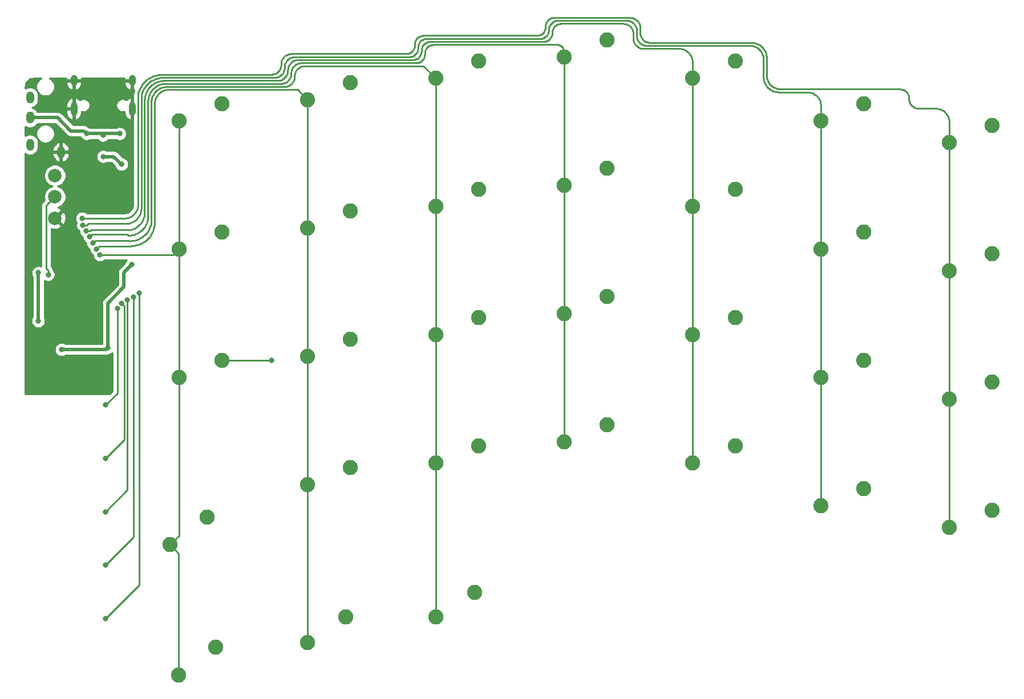
<source format=gbr>
G04 #@! TF.GenerationSoftware,KiCad,Pcbnew,(5.1.4-0)*
G04 #@! TF.CreationDate,2020-11-23T17:49:07+01:00*
G04 #@! TF.ProjectId,stm32split,73746d33-3273-4706-9c69-742e6b696361,rev?*
G04 #@! TF.SameCoordinates,Original*
G04 #@! TF.FileFunction,Copper,L2,Bot*
G04 #@! TF.FilePolarity,Positive*
%FSLAX46Y46*%
G04 Gerber Fmt 4.6, Leading zero omitted, Abs format (unit mm)*
G04 Created by KiCad (PCBNEW (5.1.4-0)) date 2020-11-23 17:49:07*
%MOMM*%
%LPD*%
G04 APERTURE LIST*
%ADD10C,2.000000*%
%ADD11O,1.200000X1.800000*%
%ADD12O,1.000000X2.100000*%
%ADD13O,1.000000X1.600000*%
%ADD14C,2.250000*%
%ADD15C,0.800000*%
%ADD16C,0.250000*%
%ADD17C,0.500000*%
%ADD18C,0.254000*%
G04 APERTURE END LIST*
D10*
X99302500Y-72856250D03*
X99302500Y-69681250D03*
X99302500Y-66506250D03*
D11*
X100200000Y-63030000D03*
X95600000Y-61930000D03*
X95600000Y-57930000D03*
X95600000Y-54930000D03*
D12*
X110766250Y-56617500D03*
X102126250Y-56617500D03*
D13*
X110766250Y-52437500D03*
X102126250Y-52437500D03*
D14*
X123168651Y-136565696D03*
X117692422Y-140662649D03*
X142448304Y-132062914D03*
X136765162Y-135867649D03*
X161639279Y-128426110D03*
X155826816Y-132030188D03*
X121868651Y-117235696D03*
X116392422Y-121332649D03*
X143117500Y-109845000D03*
X136767500Y-112385000D03*
X162167500Y-106670000D03*
X155817500Y-109210000D03*
X181217500Y-103495000D03*
X174867500Y-106035000D03*
X200267500Y-106670000D03*
X193917500Y-109210000D03*
X219317500Y-113020000D03*
X212967500Y-115560000D03*
X238367500Y-116195000D03*
X232017500Y-118735000D03*
X124067500Y-93970000D03*
X117717500Y-96510000D03*
X143117500Y-90795000D03*
X136767500Y-93335000D03*
X162167500Y-87620000D03*
X155817500Y-90160000D03*
X181217500Y-84445000D03*
X174867500Y-86985000D03*
X200267500Y-87620000D03*
X193917500Y-90160000D03*
X219317500Y-93970000D03*
X212967500Y-96510000D03*
X238367500Y-97145000D03*
X232017500Y-99685000D03*
X124067500Y-74920000D03*
X117717500Y-77460000D03*
X143117500Y-71745000D03*
X136767500Y-74285000D03*
X162167500Y-68570000D03*
X155817500Y-71110000D03*
X181217500Y-65395000D03*
X174867500Y-67935000D03*
X200267500Y-68570000D03*
X193917500Y-71110000D03*
X219317500Y-74920000D03*
X212967500Y-77460000D03*
X238367500Y-78095000D03*
X232017500Y-80635000D03*
X124067500Y-55870000D03*
X117717500Y-58410000D03*
X143117500Y-52695000D03*
X136767500Y-55235000D03*
X162167500Y-49520000D03*
X155817500Y-52060000D03*
X181217500Y-46345000D03*
X174867500Y-48885000D03*
X200267500Y-49520000D03*
X193917500Y-52060000D03*
X219317500Y-55870000D03*
X212967500Y-58410000D03*
X238367500Y-59045000D03*
X232017500Y-61585000D03*
D15*
X108555204Y-86298125D03*
X106845000Y-100575000D03*
X131429929Y-93970000D03*
X103350000Y-72870000D03*
X103456250Y-73897137D03*
X103956250Y-74768353D03*
X104456250Y-75635428D03*
X104956250Y-76553168D03*
X109197003Y-85531250D03*
X106837500Y-108512500D03*
X110065158Y-85031250D03*
X106830000Y-116450000D03*
X110962174Y-84531250D03*
X106827500Y-124387500D03*
X111822439Y-84010000D03*
X106825000Y-132325000D03*
X105459810Y-77417130D03*
X105956250Y-78286338D03*
X108910000Y-60310000D03*
X106446250Y-60559996D03*
X104000000Y-60310000D03*
X106470000Y-63699998D03*
X109190000Y-64850000D03*
X105720000Y-66450000D03*
X106510000Y-94160000D03*
X99240000Y-78140000D03*
X100731250Y-86731250D03*
X104730000Y-87860000D03*
X105690000Y-69340000D03*
X98320000Y-81240000D03*
X96837500Y-80962500D03*
X96837500Y-88106250D03*
X100293864Y-92361980D03*
X107156250Y-92075000D03*
X110720000Y-79750000D03*
D16*
X108555204Y-98864796D02*
X106845000Y-100575000D01*
X108555204Y-86298125D02*
X108555204Y-98864796D01*
X131429929Y-93970000D02*
X126490000Y-93970000D01*
X126490000Y-93970000D02*
X124067500Y-93970000D01*
X204940010Y-51687490D02*
X204940010Y-49078980D01*
X204949641Y-51883524D02*
X204940010Y-51687490D01*
X204978440Y-52077670D02*
X204949641Y-51883524D01*
X205026130Y-52268059D02*
X204978440Y-52077670D01*
X205092251Y-52452856D02*
X205026130Y-52268059D01*
X205176168Y-52630283D02*
X205092251Y-52452856D01*
X205277071Y-52798630D02*
X205176168Y-52630283D01*
X205393990Y-52956276D02*
X205277071Y-52798630D01*
X205525797Y-53101703D02*
X205393990Y-52956276D01*
X205671224Y-53233510D02*
X205525797Y-53101703D01*
X205828870Y-53350429D02*
X205671224Y-53233510D01*
X205997217Y-53451332D02*
X205828870Y-53350429D01*
X206174644Y-53535249D02*
X205997217Y-53451332D01*
X206359441Y-53601370D02*
X206174644Y-53535249D01*
X206549830Y-53649060D02*
X206359441Y-53601370D01*
X206743976Y-53677859D02*
X206549830Y-53649060D01*
X206940010Y-53687490D02*
X206743976Y-53677859D01*
X206940010Y-53687490D02*
X224657500Y-53687490D01*
X202640010Y-46778980D02*
X187638800Y-46778980D01*
X202865450Y-46790055D02*
X202640010Y-46778980D01*
X203088718Y-46823173D02*
X202865450Y-46790055D01*
X203307665Y-46878017D02*
X203088718Y-46823173D01*
X203520182Y-46954057D02*
X203307665Y-46878017D01*
X203724223Y-47050561D02*
X203520182Y-46954057D01*
X203917822Y-47166599D02*
X203724223Y-47050561D01*
X204099115Y-47301055D02*
X203917822Y-47166599D01*
X204266356Y-47452634D02*
X204099115Y-47301055D01*
X204417935Y-47619875D02*
X204266356Y-47452634D01*
X204552391Y-47801168D02*
X204417935Y-47619875D01*
X204668429Y-47994767D02*
X204552391Y-47801168D01*
X204764933Y-48198808D02*
X204668429Y-47994767D01*
X204840973Y-48411325D02*
X204764933Y-48198808D01*
X204895817Y-48630272D02*
X204840973Y-48411325D01*
X204928935Y-48853540D02*
X204895817Y-48630272D01*
X204940010Y-49078980D02*
X204928935Y-48853540D01*
X226057500Y-55087490D02*
X226057500Y-55157500D01*
X226050759Y-54950266D02*
X226057500Y-55087490D01*
X226030600Y-54814363D02*
X226050759Y-54950266D01*
X225997217Y-54681091D02*
X226030600Y-54814363D01*
X225950932Y-54551733D02*
X225997217Y-54681091D01*
X225892190Y-54427534D02*
X225950932Y-54551733D01*
X225821558Y-54309691D02*
X225892190Y-54427534D01*
X225739715Y-54199339D02*
X225821558Y-54309691D01*
X225647450Y-54097540D02*
X225739715Y-54199339D01*
X225545651Y-54005275D02*
X225647450Y-54097540D01*
X225435299Y-53923432D02*
X225545651Y-54005275D01*
X225317456Y-53852800D02*
X225435299Y-53923432D01*
X225193257Y-53794058D02*
X225317456Y-53852800D01*
X225063899Y-53747773D02*
X225193257Y-53794058D01*
X224930627Y-53714390D02*
X225063899Y-53747773D01*
X224794724Y-53694231D02*
X224930627Y-53714390D01*
X224657500Y-53687490D02*
X224794724Y-53694231D01*
X227320277Y-56550758D02*
X227457500Y-56557500D01*
X227184374Y-56530599D02*
X227320277Y-56550758D01*
X227051102Y-56497216D02*
X227184374Y-56530599D01*
X226921744Y-56450931D02*
X227051102Y-56497216D01*
X226797545Y-56392189D02*
X226921744Y-56450931D01*
X226679702Y-56321557D02*
X226797545Y-56392189D01*
X226569350Y-56239714D02*
X226679702Y-56321557D01*
X226467551Y-56147449D02*
X226569350Y-56239714D01*
X226375286Y-56045650D02*
X226467551Y-56147449D01*
X226293443Y-55935298D02*
X226375286Y-56045650D01*
X226222811Y-55817455D02*
X226293443Y-55935298D01*
X226164069Y-55693256D02*
X226222811Y-55817455D01*
X226117784Y-55563898D02*
X226164069Y-55693256D01*
X226084401Y-55430626D02*
X226117784Y-55563898D01*
X226064242Y-55294723D02*
X226084401Y-55430626D01*
X226057500Y-55157500D02*
X226064242Y-55294723D01*
X186138800Y-45278980D02*
X186138800Y-44568760D01*
X186146023Y-45426005D02*
X186138800Y-45278980D01*
X186167623Y-45571615D02*
X186146023Y-45426005D01*
X186203390Y-45714407D02*
X186167623Y-45571615D01*
X186252981Y-45853005D02*
X186203390Y-45714407D01*
X186315919Y-45986075D02*
X186252981Y-45853005D01*
X186391596Y-46112335D02*
X186315919Y-45986075D01*
X186479285Y-46230569D02*
X186391596Y-46112335D01*
X186578140Y-46339640D02*
X186479285Y-46230569D01*
X186687211Y-46438495D02*
X186578140Y-46339640D01*
X186805445Y-46526184D02*
X186687211Y-46438495D01*
X186931705Y-46601861D02*
X186805445Y-46526184D01*
X187064775Y-46664799D02*
X186931705Y-46601861D01*
X187203373Y-46714390D02*
X187064775Y-46664799D01*
X187346165Y-46750157D02*
X187203373Y-46714390D01*
X187491775Y-46771757D02*
X187346165Y-46750157D01*
X187638800Y-46778980D02*
X187491775Y-46771757D01*
X184638800Y-43068760D02*
X173406102Y-43068760D01*
X184785826Y-43075982D02*
X184638800Y-43068760D01*
X184931436Y-43097582D02*
X184785826Y-43075982D01*
X185074228Y-43133349D02*
X184931436Y-43097582D01*
X185212826Y-43182940D02*
X185074228Y-43133349D01*
X185345896Y-43245878D02*
X185212826Y-43182940D01*
X185472156Y-43321555D02*
X185345896Y-43245878D01*
X185590390Y-43409244D02*
X185472156Y-43321555D01*
X185699461Y-43508099D02*
X185590390Y-43409244D01*
X185798316Y-43617170D02*
X185699461Y-43508099D01*
X185886005Y-43735404D02*
X185798316Y-43617170D01*
X185961682Y-43861664D02*
X185886005Y-43735404D01*
X186024620Y-43994734D02*
X185961682Y-43861664D01*
X186074211Y-44133332D02*
X186024620Y-43994734D01*
X186109978Y-44276124D02*
X186074211Y-44133332D01*
X186131578Y-44421734D02*
X186109978Y-44276124D01*
X186138800Y-44568760D02*
X186131578Y-44421734D01*
X172106102Y-44449103D02*
X172106102Y-44368760D01*
X172099843Y-44576525D02*
X172106102Y-44449103D01*
X172081123Y-44702720D02*
X172099843Y-44576525D01*
X172050125Y-44826473D02*
X172081123Y-44702720D01*
X172007146Y-44946591D02*
X172050125Y-44826473D01*
X171952600Y-45061918D02*
X172007146Y-44946591D01*
X171887013Y-45171344D02*
X171952600Y-45061918D01*
X171811016Y-45273814D02*
X171887013Y-45171344D01*
X171725341Y-45368341D02*
X171811016Y-45273814D01*
X171630814Y-45454016D02*
X171725341Y-45368341D01*
X171528344Y-45530013D02*
X171630814Y-45454016D01*
X171418918Y-45595600D02*
X171528344Y-45530013D01*
X171303591Y-45650146D02*
X171418918Y-45595600D01*
X171183473Y-45693125D02*
X171303591Y-45650146D01*
X171059720Y-45724123D02*
X171183473Y-45693125D01*
X170933525Y-45742843D02*
X171059720Y-45724123D01*
X170806102Y-45749103D02*
X170933525Y-45742843D01*
X170806102Y-45749103D02*
X153989960Y-45749103D01*
X173278680Y-43075019D02*
X173406102Y-43068760D01*
X173152485Y-43093739D02*
X173278680Y-43075019D01*
X173028732Y-43124737D02*
X173152485Y-43093739D01*
X172908614Y-43167716D02*
X173028732Y-43124737D01*
X172793287Y-43222262D02*
X172908614Y-43167716D01*
X172683861Y-43287849D02*
X172793287Y-43222262D01*
X172581391Y-43363846D02*
X172683861Y-43287849D01*
X172486864Y-43449521D02*
X172581391Y-43363846D01*
X172401189Y-43544048D02*
X172486864Y-43449521D01*
X172325192Y-43646518D02*
X172401189Y-43544048D01*
X172259605Y-43755944D02*
X172325192Y-43646518D01*
X172205059Y-43871271D02*
X172259605Y-43755944D01*
X172162080Y-43991389D02*
X172205059Y-43871271D01*
X172131082Y-44115142D02*
X172162080Y-43991389D01*
X172112362Y-44241337D02*
X172131082Y-44115142D01*
X172106102Y-44368760D02*
X172112362Y-44241337D01*
X152689960Y-47156984D02*
X152689960Y-47049103D01*
X152683701Y-47284406D02*
X152689960Y-47156984D01*
X152664981Y-47410601D02*
X152683701Y-47284406D01*
X152633983Y-47534354D02*
X152664981Y-47410601D01*
X152591004Y-47654472D02*
X152633983Y-47534354D01*
X152536458Y-47769799D02*
X152591004Y-47654472D01*
X152470871Y-47879225D02*
X152536458Y-47769799D01*
X152394874Y-47981695D02*
X152470871Y-47879225D01*
X152309199Y-48076222D02*
X152394874Y-47981695D01*
X152214672Y-48161897D02*
X152309199Y-48076222D01*
X152112202Y-48237894D02*
X152214672Y-48161897D01*
X152002776Y-48303481D02*
X152112202Y-48237894D01*
X151887449Y-48358027D02*
X152002776Y-48303481D01*
X151767331Y-48401006D02*
X151887449Y-48358027D01*
X151643578Y-48432004D02*
X151767331Y-48401006D01*
X151517383Y-48450724D02*
X151643578Y-48432004D01*
X151389960Y-48456984D02*
X151517383Y-48450724D01*
X151389960Y-48456984D02*
X134368518Y-48456984D01*
X152696220Y-46921680D02*
X152689960Y-47049103D01*
X152714940Y-46795485D02*
X152696220Y-46921680D01*
X152745938Y-46671732D02*
X152714940Y-46795485D01*
X152788917Y-46551614D02*
X152745938Y-46671732D01*
X152843463Y-46436287D02*
X152788917Y-46551614D01*
X152909050Y-46326861D02*
X152843463Y-46436287D01*
X152985047Y-46224391D02*
X152909050Y-46326861D01*
X153070722Y-46129864D02*
X152985047Y-46224391D01*
X153165249Y-46044189D02*
X153070722Y-46129864D01*
X153267719Y-45968192D02*
X153165249Y-46044189D01*
X153377145Y-45902605D02*
X153267719Y-45968192D01*
X153492472Y-45848059D02*
X153377145Y-45902605D01*
X153612590Y-45805080D02*
X153492472Y-45848059D01*
X153736343Y-45774082D02*
X153612590Y-45805080D01*
X153862538Y-45755362D02*
X153736343Y-45774082D01*
X153989960Y-45749103D02*
X153862538Y-45755362D01*
X111616260Y-70856250D02*
X111616260Y-55026830D01*
X111606630Y-71052284D02*
X111616260Y-70856250D01*
X111577831Y-71246430D02*
X111606630Y-71052284D01*
X111530141Y-71436819D02*
X111577831Y-71246430D01*
X111464020Y-71621616D02*
X111530141Y-71436819D01*
X111380103Y-71799043D02*
X111464020Y-71621616D01*
X111279200Y-71967390D02*
X111380103Y-71799043D01*
X111162281Y-72125036D02*
X111279200Y-71967390D01*
X111030474Y-72270463D02*
X111162281Y-72125036D01*
X110885047Y-72402270D02*
X111030474Y-72270463D01*
X110727401Y-72519189D02*
X110885047Y-72402270D01*
X110559054Y-72620092D02*
X110727401Y-72519189D01*
X110381627Y-72704009D02*
X110559054Y-72620092D01*
X110196830Y-72770130D02*
X110381627Y-72704009D01*
X110006441Y-72817820D02*
X110196830Y-72770130D01*
X109812295Y-72846619D02*
X110006441Y-72817820D01*
X109616260Y-72856250D02*
X109812295Y-72846619D01*
X132868518Y-50026830D02*
X132868518Y-49956984D01*
X132861296Y-50173855D02*
X132868518Y-50026830D01*
X132839696Y-50319465D02*
X132861296Y-50173855D01*
X132803929Y-50462257D02*
X132839696Y-50319465D01*
X132754338Y-50600855D02*
X132803929Y-50462257D01*
X132691400Y-50733925D02*
X132754338Y-50600855D01*
X132615723Y-50860185D02*
X132691400Y-50733925D01*
X132528034Y-50978419D02*
X132615723Y-50860185D01*
X132429179Y-51087490D02*
X132528034Y-50978419D01*
X132320108Y-51186345D02*
X132429179Y-51087490D01*
X132201874Y-51274034D02*
X132320108Y-51186345D01*
X132075614Y-51349711D02*
X132201874Y-51274034D01*
X131942544Y-51412649D02*
X132075614Y-51349711D01*
X131803946Y-51462240D02*
X131942544Y-51412649D01*
X131661154Y-51498007D02*
X131803946Y-51462240D01*
X131515544Y-51519607D02*
X131661154Y-51498007D01*
X131368518Y-51526830D02*
X131515544Y-51519607D01*
X131368518Y-51526830D02*
X115116260Y-51526830D01*
X132875741Y-49809958D02*
X132868518Y-49956984D01*
X132897341Y-49664348D02*
X132875741Y-49809958D01*
X132933108Y-49521556D02*
X132897341Y-49664348D01*
X132982699Y-49382958D02*
X132933108Y-49521556D01*
X133045637Y-49249888D02*
X132982699Y-49382958D01*
X133121314Y-49123628D02*
X133045637Y-49249888D01*
X133209003Y-49005394D02*
X133121314Y-49123628D01*
X133307858Y-48896323D02*
X133209003Y-49005394D01*
X133416929Y-48797468D02*
X133307858Y-48896323D01*
X133535163Y-48709779D02*
X133416929Y-48797468D01*
X133661423Y-48634102D02*
X133535163Y-48709779D01*
X133794493Y-48571164D02*
X133661423Y-48634102D01*
X133933091Y-48521573D02*
X133794493Y-48571164D01*
X134075883Y-48485806D02*
X133933091Y-48521573D01*
X134221493Y-48464206D02*
X134075883Y-48485806D01*
X134368518Y-48456984D02*
X134221493Y-48464206D01*
X111633114Y-54683770D02*
X111616260Y-55026830D01*
X111683512Y-54344013D02*
X111633114Y-54683770D01*
X111766969Y-54010833D02*
X111683512Y-54344013D01*
X111882682Y-53687437D02*
X111766969Y-54010833D01*
X112029536Y-53376941D02*
X111882682Y-53687437D01*
X112206117Y-53082334D02*
X112029536Y-53376941D01*
X112410724Y-52806453D02*
X112206117Y-53082334D01*
X112641387Y-52551956D02*
X112410724Y-52806453D01*
X112895884Y-52321293D02*
X112641387Y-52551956D01*
X113171765Y-52116686D02*
X112895884Y-52321293D01*
X113466372Y-51940105D02*
X113171765Y-52116686D01*
X113776868Y-51793251D02*
X113466372Y-51940105D01*
X114100264Y-51677538D02*
X113776868Y-51793251D01*
X114433444Y-51594081D02*
X114100264Y-51677538D01*
X114773201Y-51543683D02*
X114433444Y-51594081D01*
X115116260Y-51526830D02*
X114773201Y-51543683D01*
X232017500Y-118735000D02*
X232017500Y-99685000D01*
X232017500Y-82668998D02*
X232017500Y-80635000D01*
X232017500Y-99685000D02*
X232017500Y-82668998D01*
X232017500Y-80635000D02*
X232017500Y-61585000D01*
X232017500Y-58550758D02*
X232017500Y-61585000D01*
X232017500Y-58550758D02*
X232007869Y-58354723D01*
X232007869Y-58354723D02*
X231979070Y-58160577D01*
X231979070Y-58160577D02*
X231931380Y-57970188D01*
X231931380Y-57970188D02*
X231865259Y-57785391D01*
X231865259Y-57785391D02*
X231781342Y-57607964D01*
X231781342Y-57607964D02*
X231680439Y-57439617D01*
X231680439Y-57439617D02*
X231563520Y-57281971D01*
X231563520Y-57281971D02*
X231431713Y-57136544D01*
X231431713Y-57136544D02*
X231286286Y-57004737D01*
X231286286Y-57004737D02*
X231128640Y-56887818D01*
X231128640Y-56887818D02*
X230960293Y-56786915D01*
X230960293Y-56786915D02*
X230782866Y-56702998D01*
X230782866Y-56702998D02*
X230598069Y-56636877D01*
X230598069Y-56636877D02*
X230407680Y-56589187D01*
X230407680Y-56589187D02*
X230213534Y-56560388D01*
X230213534Y-56560388D02*
X230017500Y-56550758D01*
X230017500Y-56550758D02*
X227320277Y-56550758D01*
X109602510Y-72870000D02*
X103350000Y-72870000D01*
X109616260Y-72856250D02*
X109602510Y-72870000D01*
X115316270Y-51976840D02*
X115002616Y-51992248D01*
X115002616Y-51992248D02*
X114691981Y-52038327D01*
X114691981Y-52038327D02*
X114387360Y-52114630D01*
X114387360Y-52114630D02*
X114091684Y-52220425D01*
X114091684Y-52220425D02*
X113807801Y-52354691D01*
X113807801Y-52354691D02*
X113538446Y-52516137D01*
X113538446Y-52516137D02*
X113286212Y-52703206D01*
X113286212Y-52703206D02*
X113053529Y-52914098D01*
X113053529Y-52914098D02*
X112842637Y-53146781D01*
X112842637Y-53146781D02*
X112655568Y-53399015D01*
X112655568Y-53399015D02*
X112494122Y-53668370D01*
X112494122Y-53668370D02*
X112359856Y-53952253D01*
X112359856Y-53952253D02*
X112254061Y-54247929D01*
X112254061Y-54247929D02*
X112177758Y-54552550D01*
X112177758Y-54552550D02*
X112131679Y-54863185D01*
X112131679Y-54863185D02*
X112116270Y-55176840D01*
X134868528Y-48906992D02*
X134721503Y-48914214D01*
X134721503Y-48914214D02*
X134575893Y-48935814D01*
X134575893Y-48935814D02*
X134433101Y-48971581D01*
X134433101Y-48971581D02*
X134294503Y-49021172D01*
X134294503Y-49021172D02*
X134161433Y-49084110D01*
X134161433Y-49084110D02*
X134035173Y-49159787D01*
X134035173Y-49159787D02*
X133916939Y-49247476D01*
X133916939Y-49247476D02*
X133807868Y-49346331D01*
X133807868Y-49346331D02*
X133709013Y-49455402D01*
X133709013Y-49455402D02*
X133621324Y-49573636D01*
X133621324Y-49573636D02*
X133545647Y-49699896D01*
X133545647Y-49699896D02*
X133482709Y-49832966D01*
X133482709Y-49832966D02*
X133433118Y-49971564D01*
X133433118Y-49971564D02*
X133397351Y-50114356D01*
X133397351Y-50114356D02*
X133375751Y-50259966D01*
X133375751Y-50259966D02*
X133368528Y-50406992D01*
X131868528Y-51976840D02*
X115316270Y-51976840D01*
X131868528Y-51976840D02*
X132015554Y-51969617D01*
X132015554Y-51969617D02*
X132161164Y-51948017D01*
X132161164Y-51948017D02*
X132303956Y-51912250D01*
X132303956Y-51912250D02*
X132442554Y-51862659D01*
X132442554Y-51862659D02*
X132575624Y-51799721D01*
X132575624Y-51799721D02*
X132701884Y-51724044D01*
X132701884Y-51724044D02*
X132820118Y-51636355D01*
X132820118Y-51636355D02*
X132929189Y-51537500D01*
X132929189Y-51537500D02*
X133028044Y-51428429D01*
X133028044Y-51428429D02*
X133115733Y-51310195D01*
X133115733Y-51310195D02*
X133191410Y-51183935D01*
X133191410Y-51183935D02*
X133254348Y-51050865D01*
X133254348Y-51050865D02*
X133303939Y-50912267D01*
X133303939Y-50912267D02*
X133339706Y-50769475D01*
X133339706Y-50769475D02*
X133361306Y-50623865D01*
X133361306Y-50623865D02*
X133368528Y-50476840D01*
X133368528Y-50476840D02*
X133368528Y-50406992D01*
X109816270Y-73650569D02*
X110041710Y-73639493D01*
X110041710Y-73639493D02*
X110264978Y-73606375D01*
X110264978Y-73606375D02*
X110483925Y-73551531D01*
X110483925Y-73551531D02*
X110696442Y-73475491D01*
X110696442Y-73475491D02*
X110900483Y-73378987D01*
X110900483Y-73378987D02*
X111094082Y-73262949D01*
X111094082Y-73262949D02*
X111275375Y-73128493D01*
X111275375Y-73128493D02*
X111442616Y-72976914D01*
X111442616Y-72976914D02*
X111594195Y-72809673D01*
X111594195Y-72809673D02*
X111728651Y-72628380D01*
X111728651Y-72628380D02*
X111844689Y-72434781D01*
X111844689Y-72434781D02*
X111941193Y-72230740D01*
X111941193Y-72230740D02*
X112017233Y-72018223D01*
X112017233Y-72018223D02*
X112072077Y-71799276D01*
X112072077Y-71799276D02*
X112105195Y-71576008D01*
X112105195Y-71576008D02*
X112116270Y-71350569D01*
X112116270Y-71350569D02*
X112116270Y-55176840D01*
X154489970Y-46199113D02*
X154362548Y-46205372D01*
X154362548Y-46205372D02*
X154236353Y-46224092D01*
X154236353Y-46224092D02*
X154112600Y-46255090D01*
X154112600Y-46255090D02*
X153992482Y-46298069D01*
X153992482Y-46298069D02*
X153877155Y-46352615D01*
X153877155Y-46352615D02*
X153767729Y-46418202D01*
X153767729Y-46418202D02*
X153665259Y-46494199D01*
X153665259Y-46494199D02*
X153570732Y-46579874D01*
X153570732Y-46579874D02*
X153485057Y-46674401D01*
X153485057Y-46674401D02*
X153409060Y-46776871D01*
X153409060Y-46776871D02*
X153343473Y-46886297D01*
X153343473Y-46886297D02*
X153288927Y-47001624D01*
X153288927Y-47001624D02*
X153245948Y-47121742D01*
X153245948Y-47121742D02*
X153214950Y-47245495D01*
X153214950Y-47245495D02*
X153196230Y-47371690D01*
X153196230Y-47371690D02*
X153189970Y-47499113D01*
X151889970Y-48906992D02*
X134868528Y-48906992D01*
X151889970Y-48906992D02*
X152017393Y-48900732D01*
X152017393Y-48900732D02*
X152143588Y-48882012D01*
X152143588Y-48882012D02*
X152267341Y-48851014D01*
X152267341Y-48851014D02*
X152387459Y-48808035D01*
X152387459Y-48808035D02*
X152502786Y-48753489D01*
X152502786Y-48753489D02*
X152612212Y-48687902D01*
X152612212Y-48687902D02*
X152714682Y-48611905D01*
X152714682Y-48611905D02*
X152809209Y-48526230D01*
X152809209Y-48526230D02*
X152894884Y-48431703D01*
X152894884Y-48431703D02*
X152970881Y-48329233D01*
X152970881Y-48329233D02*
X153036468Y-48219807D01*
X153036468Y-48219807D02*
X153091014Y-48104480D01*
X153091014Y-48104480D02*
X153133993Y-47984362D01*
X153133993Y-47984362D02*
X153164991Y-47860609D01*
X153164991Y-47860609D02*
X153183711Y-47734414D01*
X153183711Y-47734414D02*
X153189970Y-47606992D01*
X153189970Y-47606992D02*
X153189970Y-47499113D01*
X172606112Y-44818770D02*
X172612372Y-44691347D01*
X172612372Y-44691347D02*
X172631092Y-44565152D01*
X172631092Y-44565152D02*
X172662090Y-44441399D01*
X172662090Y-44441399D02*
X172705069Y-44321281D01*
X172705069Y-44321281D02*
X172759615Y-44205954D01*
X172759615Y-44205954D02*
X172825202Y-44096528D01*
X172825202Y-44096528D02*
X172901199Y-43994058D01*
X172901199Y-43994058D02*
X172986874Y-43899531D01*
X172986874Y-43899531D02*
X173081401Y-43813856D01*
X173081401Y-43813856D02*
X173183871Y-43737859D01*
X173183871Y-43737859D02*
X173293297Y-43672272D01*
X173293297Y-43672272D02*
X173408624Y-43617726D01*
X173408624Y-43617726D02*
X173528742Y-43574747D01*
X173528742Y-43574747D02*
X173652495Y-43543749D01*
X173652495Y-43543749D02*
X173778690Y-43525029D01*
X173778690Y-43525029D02*
X173906112Y-43518770D01*
X171306112Y-46199113D02*
X154489970Y-46199113D01*
X171306112Y-46199113D02*
X171433535Y-46192853D01*
X171433535Y-46192853D02*
X171559730Y-46174133D01*
X171559730Y-46174133D02*
X171683483Y-46143135D01*
X171683483Y-46143135D02*
X171803601Y-46100156D01*
X171803601Y-46100156D02*
X171918928Y-46045610D01*
X171918928Y-46045610D02*
X172028354Y-45980023D01*
X172028354Y-45980023D02*
X172130824Y-45904026D01*
X172130824Y-45904026D02*
X172225351Y-45818351D01*
X172225351Y-45818351D02*
X172311026Y-45723824D01*
X172311026Y-45723824D02*
X172387023Y-45621354D01*
X172387023Y-45621354D02*
X172452610Y-45511928D01*
X172452610Y-45511928D02*
X172507156Y-45396601D01*
X172507156Y-45396601D02*
X172550135Y-45276483D01*
X172550135Y-45276483D02*
X172581133Y-45152730D01*
X172581133Y-45152730D02*
X172599853Y-45026535D01*
X172599853Y-45026535D02*
X172606112Y-44899113D01*
X172606112Y-44899113D02*
X172606112Y-44818770D01*
X185638790Y-45018770D02*
X185631568Y-44871744D01*
X185631568Y-44871744D02*
X185609968Y-44726134D01*
X185609968Y-44726134D02*
X185574201Y-44583342D01*
X185574201Y-44583342D02*
X185524610Y-44444744D01*
X185524610Y-44444744D02*
X185461672Y-44311674D01*
X185461672Y-44311674D02*
X185385995Y-44185414D01*
X185385995Y-44185414D02*
X185298306Y-44067180D01*
X185298306Y-44067180D02*
X185199451Y-43958109D01*
X185199451Y-43958109D02*
X185090380Y-43859254D01*
X185090380Y-43859254D02*
X184972146Y-43771565D01*
X184972146Y-43771565D02*
X184845886Y-43695888D01*
X184845886Y-43695888D02*
X184712816Y-43632950D01*
X184712816Y-43632950D02*
X184574218Y-43583359D01*
X184574218Y-43583359D02*
X184431426Y-43547592D01*
X184431426Y-43547592D02*
X184285816Y-43525992D01*
X184285816Y-43525992D02*
X184138790Y-43518770D01*
X184138790Y-43518770D02*
X173906112Y-43518770D01*
X187138790Y-47228990D02*
X186991765Y-47221767D01*
X186991765Y-47221767D02*
X186846155Y-47200167D01*
X186846155Y-47200167D02*
X186703363Y-47164400D01*
X186703363Y-47164400D02*
X186564765Y-47114809D01*
X186564765Y-47114809D02*
X186431695Y-47051871D01*
X186431695Y-47051871D02*
X186305435Y-46976194D01*
X186305435Y-46976194D02*
X186187201Y-46888505D01*
X186187201Y-46888505D02*
X186078130Y-46789650D01*
X186078130Y-46789650D02*
X185979275Y-46680579D01*
X185979275Y-46680579D02*
X185891586Y-46562345D01*
X185891586Y-46562345D02*
X185815909Y-46436085D01*
X185815909Y-46436085D02*
X185752971Y-46303015D01*
X185752971Y-46303015D02*
X185703380Y-46164417D01*
X185703380Y-46164417D02*
X185667613Y-46021625D01*
X185667613Y-46021625D02*
X185646013Y-45876015D01*
X185646013Y-45876015D02*
X185638790Y-45728990D01*
X185638790Y-45728990D02*
X185638790Y-45018770D01*
X204440000Y-49228990D02*
X204430370Y-49032955D01*
X204430370Y-49032955D02*
X204401571Y-48838809D01*
X204401571Y-48838809D02*
X204353881Y-48648420D01*
X204353881Y-48648420D02*
X204287760Y-48463623D01*
X204287760Y-48463623D02*
X204203843Y-48286196D01*
X204203843Y-48286196D02*
X204102940Y-48117849D01*
X204102940Y-48117849D02*
X203986021Y-47960203D01*
X203986021Y-47960203D02*
X203854214Y-47814776D01*
X203854214Y-47814776D02*
X203708787Y-47682969D01*
X203708787Y-47682969D02*
X203551141Y-47566050D01*
X203551141Y-47566050D02*
X203382794Y-47465147D01*
X203382794Y-47465147D02*
X203205367Y-47381230D01*
X203205367Y-47381230D02*
X203020570Y-47315109D01*
X203020570Y-47315109D02*
X202830181Y-47267419D01*
X202830181Y-47267419D02*
X202636035Y-47238620D01*
X202636035Y-47238620D02*
X202440000Y-47228990D01*
X202440000Y-47228990D02*
X187138790Y-47228990D01*
X206740000Y-54137500D02*
X206514561Y-54126424D01*
X206514561Y-54126424D02*
X206291293Y-54093306D01*
X206291293Y-54093306D02*
X206072346Y-54038462D01*
X206072346Y-54038462D02*
X205859829Y-53962422D01*
X205859829Y-53962422D02*
X205655788Y-53865918D01*
X205655788Y-53865918D02*
X205462189Y-53749880D01*
X205462189Y-53749880D02*
X205280896Y-53615424D01*
X205280896Y-53615424D02*
X205113655Y-53463845D01*
X205113655Y-53463845D02*
X204962076Y-53296604D01*
X204962076Y-53296604D02*
X204827620Y-53115311D01*
X204827620Y-53115311D02*
X204711582Y-52921712D01*
X204711582Y-52921712D02*
X204615078Y-52717671D01*
X204615078Y-52717671D02*
X204539038Y-52505154D01*
X204539038Y-52505154D02*
X204484194Y-52286207D01*
X204484194Y-52286207D02*
X204451076Y-52062939D01*
X204451076Y-52062939D02*
X204440000Y-51837500D01*
X204440000Y-51837500D02*
X204440000Y-49228990D01*
X212967500Y-58410000D02*
X212967500Y-77460000D01*
X212967500Y-77460000D02*
X212967500Y-96510000D01*
X212967500Y-96510000D02*
X212967500Y-115560000D01*
X212967500Y-56137500D02*
X212967500Y-58410000D01*
X212967500Y-56137500D02*
X212957869Y-55941465D01*
X212957869Y-55941465D02*
X212929070Y-55747319D01*
X212929070Y-55747319D02*
X212881380Y-55556930D01*
X212881380Y-55556930D02*
X212815259Y-55372133D01*
X212815259Y-55372133D02*
X212731342Y-55194706D01*
X212731342Y-55194706D02*
X212630439Y-55026359D01*
X212630439Y-55026359D02*
X212513520Y-54868713D01*
X212513520Y-54868713D02*
X212381713Y-54723286D01*
X212381713Y-54723286D02*
X212236286Y-54591479D01*
X212236286Y-54591479D02*
X212078640Y-54474560D01*
X212078640Y-54474560D02*
X211910293Y-54373657D01*
X211910293Y-54373657D02*
X211732866Y-54289740D01*
X211732866Y-54289740D02*
X211548069Y-54223619D01*
X211548069Y-54223619D02*
X211357680Y-54175929D01*
X211357680Y-54175929D02*
X211163534Y-54147130D01*
X211163534Y-54147130D02*
X210967500Y-54137500D01*
X210967500Y-54137500D02*
X206740000Y-54137500D01*
X104268503Y-73650569D02*
X109816270Y-73650569D01*
X104021935Y-73897137D02*
X104268503Y-73650569D01*
X103456250Y-73897137D02*
X104021935Y-73897137D01*
X193917500Y-109210000D02*
X193917500Y-90160000D01*
X193917500Y-90160000D02*
X193917500Y-71110000D01*
X193917500Y-69519010D02*
X193917500Y-52060000D01*
X193917500Y-71110000D02*
X193917500Y-69519010D01*
X185138780Y-46179000D02*
X185138780Y-45468780D01*
X185146003Y-46326025D02*
X185138780Y-46179000D01*
X185167603Y-46471635D02*
X185146003Y-46326025D01*
X185203370Y-46614427D02*
X185167603Y-46471635D01*
X185252961Y-46753025D02*
X185203370Y-46614427D01*
X185315899Y-46886095D02*
X185252961Y-46753025D01*
X185391576Y-47012355D02*
X185315899Y-46886095D01*
X185479265Y-47130589D02*
X185391576Y-47012355D01*
X185578120Y-47239660D02*
X185479265Y-47130589D01*
X185687191Y-47338515D02*
X185578120Y-47239660D01*
X185805425Y-47426204D02*
X185687191Y-47338515D01*
X185931685Y-47501881D02*
X185805425Y-47426204D01*
X186064755Y-47564819D02*
X185931685Y-47501881D01*
X186203353Y-47614410D02*
X186064755Y-47564819D01*
X186346145Y-47650177D02*
X186203353Y-47614410D01*
X186491755Y-47671777D02*
X186346145Y-47650177D01*
X186638780Y-47679000D02*
X186491755Y-47671777D01*
X183638780Y-43968780D02*
X174406122Y-43968780D01*
X183785806Y-43976002D02*
X183638780Y-43968780D01*
X183931416Y-43997602D02*
X183785806Y-43976002D01*
X184074208Y-44033369D02*
X183931416Y-43997602D01*
X184212806Y-44082960D02*
X184074208Y-44033369D01*
X184345876Y-44145898D02*
X184212806Y-44082960D01*
X184472136Y-44221575D02*
X184345876Y-44145898D01*
X184590370Y-44309264D02*
X184472136Y-44221575D01*
X184699441Y-44408119D02*
X184590370Y-44309264D01*
X184798296Y-44517190D02*
X184699441Y-44408119D01*
X184885985Y-44635424D02*
X184798296Y-44517190D01*
X184961662Y-44761684D02*
X184885985Y-44635424D01*
X185024600Y-44894754D02*
X184961662Y-44761684D01*
X185074191Y-45033352D02*
X185024600Y-44894754D01*
X185109958Y-45176144D02*
X185074191Y-45033352D01*
X185131558Y-45321754D02*
X185109958Y-45176144D01*
X185138780Y-45468780D02*
X185131558Y-45321754D01*
X173106122Y-45349123D02*
X173106122Y-45268780D01*
X173099863Y-45476545D02*
X173106122Y-45349123D01*
X173081143Y-45602740D02*
X173099863Y-45476545D01*
X173050145Y-45726493D02*
X173081143Y-45602740D01*
X173007166Y-45846611D02*
X173050145Y-45726493D01*
X172952620Y-45961938D02*
X173007166Y-45846611D01*
X172887033Y-46071364D02*
X172952620Y-45961938D01*
X172811036Y-46173834D02*
X172887033Y-46071364D01*
X172725361Y-46268361D02*
X172811036Y-46173834D01*
X172630834Y-46354036D02*
X172725361Y-46268361D01*
X172528364Y-46430033D02*
X172630834Y-46354036D01*
X172418938Y-46495620D02*
X172528364Y-46430033D01*
X172303611Y-46550166D02*
X172418938Y-46495620D01*
X172183493Y-46593145D02*
X172303611Y-46550166D01*
X172059740Y-46624143D02*
X172183493Y-46593145D01*
X171933545Y-46642863D02*
X172059740Y-46624143D01*
X171806122Y-46649123D02*
X171933545Y-46642863D01*
X171806122Y-46649123D02*
X154989980Y-46649123D01*
X174278700Y-43975039D02*
X174406122Y-43968780D01*
X174152505Y-43993759D02*
X174278700Y-43975039D01*
X174028752Y-44024757D02*
X174152505Y-43993759D01*
X173908634Y-44067736D02*
X174028752Y-44024757D01*
X173793307Y-44122282D02*
X173908634Y-44067736D01*
X173683881Y-44187869D02*
X173793307Y-44122282D01*
X173581411Y-44263866D02*
X173683881Y-44187869D01*
X173486884Y-44349541D02*
X173581411Y-44263866D01*
X173401209Y-44444068D02*
X173486884Y-44349541D01*
X173325212Y-44546538D02*
X173401209Y-44444068D01*
X173259625Y-44655964D02*
X173325212Y-44546538D01*
X173205079Y-44771291D02*
X173259625Y-44655964D01*
X173162100Y-44891409D02*
X173205079Y-44771291D01*
X173131102Y-45015162D02*
X173162100Y-44891409D01*
X173112382Y-45141357D02*
X173131102Y-45015162D01*
X173106122Y-45268780D02*
X173112382Y-45141357D01*
X153689980Y-48057002D02*
X153689980Y-47949123D01*
X153683721Y-48184424D02*
X153689980Y-48057002D01*
X153665001Y-48310619D02*
X153683721Y-48184424D01*
X153634003Y-48434372D02*
X153665001Y-48310619D01*
X153591024Y-48554490D02*
X153634003Y-48434372D01*
X153536478Y-48669817D02*
X153591024Y-48554490D01*
X153470891Y-48779243D02*
X153536478Y-48669817D01*
X153394894Y-48881713D02*
X153470891Y-48779243D01*
X153309219Y-48976240D02*
X153394894Y-48881713D01*
X153214692Y-49061915D02*
X153309219Y-48976240D01*
X153112222Y-49137912D02*
X153214692Y-49061915D01*
X153002796Y-49203499D02*
X153112222Y-49137912D01*
X152887469Y-49258045D02*
X153002796Y-49203499D01*
X152767351Y-49301024D02*
X152887469Y-49258045D01*
X152643598Y-49332022D02*
X152767351Y-49301024D01*
X152517403Y-49350742D02*
X152643598Y-49332022D01*
X152389980Y-49357002D02*
X152517403Y-49350742D01*
X152389980Y-49357002D02*
X135368538Y-49357002D01*
X153696240Y-47821700D02*
X153689980Y-47949123D01*
X153714960Y-47695505D02*
X153696240Y-47821700D01*
X153745958Y-47571752D02*
X153714960Y-47695505D01*
X153788937Y-47451634D02*
X153745958Y-47571752D01*
X153843483Y-47336307D02*
X153788937Y-47451634D01*
X153909070Y-47226881D02*
X153843483Y-47336307D01*
X153985067Y-47124411D02*
X153909070Y-47226881D01*
X154070742Y-47029884D02*
X153985067Y-47124411D01*
X154165269Y-46944209D02*
X154070742Y-47029884D01*
X154267739Y-46868212D02*
X154165269Y-46944209D01*
X154377165Y-46802625D02*
X154267739Y-46868212D01*
X154492492Y-46748079D02*
X154377165Y-46802625D01*
X154612610Y-46705100D02*
X154492492Y-46748079D01*
X154736363Y-46674102D02*
X154612610Y-46705100D01*
X154862558Y-46655382D02*
X154736363Y-46674102D01*
X154989980Y-46649123D02*
X154862558Y-46655382D01*
X112616280Y-71999640D02*
X112616280Y-55326850D01*
X112603761Y-72254484D02*
X112616280Y-71999640D01*
X112566322Y-72506874D02*
X112603761Y-72254484D01*
X112504325Y-72754380D02*
X112566322Y-72506874D01*
X112418367Y-72994616D02*
X112504325Y-72754380D01*
X112309276Y-73225271D02*
X112418367Y-72994616D01*
X112178101Y-73444122D02*
X112309276Y-73225271D01*
X112026108Y-73649062D02*
X112178101Y-73444122D01*
X111854758Y-73838117D02*
X112026108Y-73649062D01*
X111665703Y-74009467D02*
X111854758Y-73838117D01*
X111460763Y-74161460D02*
X111665703Y-74009467D01*
X111241912Y-74292635D02*
X111460763Y-74161460D01*
X111011257Y-74401726D02*
X111241912Y-74292635D01*
X110771021Y-74487684D02*
X111011257Y-74401726D01*
X110523515Y-74549681D02*
X110771021Y-74487684D01*
X110271125Y-74587120D02*
X110523515Y-74549681D01*
X110016280Y-74599640D02*
X110271125Y-74587120D01*
X133868538Y-50926850D02*
X133868538Y-50857002D01*
X133861316Y-51073875D02*
X133868538Y-50926850D01*
X133839716Y-51219485D02*
X133861316Y-51073875D01*
X133803949Y-51362277D02*
X133839716Y-51219485D01*
X133754358Y-51500875D02*
X133803949Y-51362277D01*
X133691420Y-51633945D02*
X133754358Y-51500875D01*
X133615743Y-51760205D02*
X133691420Y-51633945D01*
X133528054Y-51878439D02*
X133615743Y-51760205D01*
X133429199Y-51987510D02*
X133528054Y-51878439D01*
X133320128Y-52086365D02*
X133429199Y-51987510D01*
X133201894Y-52174054D02*
X133320128Y-52086365D01*
X133075634Y-52249731D02*
X133201894Y-52174054D01*
X132942564Y-52312669D02*
X133075634Y-52249731D01*
X132803966Y-52362260D02*
X132942564Y-52312669D01*
X132661174Y-52398027D02*
X132803966Y-52362260D01*
X132515564Y-52419627D02*
X132661174Y-52398027D01*
X132368538Y-52426850D02*
X132515564Y-52419627D01*
X132368538Y-52426850D02*
X115516280Y-52426850D01*
X133875761Y-50709976D02*
X133868538Y-50857002D01*
X133897361Y-50564366D02*
X133875761Y-50709976D01*
X133933128Y-50421574D02*
X133897361Y-50564366D01*
X133982719Y-50282976D02*
X133933128Y-50421574D01*
X134045657Y-50149906D02*
X133982719Y-50282976D01*
X134121334Y-50023646D02*
X134045657Y-50149906D01*
X134209023Y-49905412D02*
X134121334Y-50023646D01*
X134307878Y-49796341D02*
X134209023Y-49905412D01*
X134416949Y-49697486D02*
X134307878Y-49796341D01*
X134535183Y-49609797D02*
X134416949Y-49697486D01*
X134661443Y-49534120D02*
X134535183Y-49609797D01*
X134794513Y-49471182D02*
X134661443Y-49534120D01*
X134933111Y-49421591D02*
X134794513Y-49471182D01*
X135075903Y-49385824D02*
X134933111Y-49421591D01*
X135221513Y-49364224D02*
X135075903Y-49385824D01*
X135368538Y-49357002D02*
X135221513Y-49364224D01*
X115232031Y-52440814D02*
X115516280Y-52426850D01*
X114950519Y-52482572D02*
X115232031Y-52440814D01*
X114674455Y-52551723D02*
X114950519Y-52482572D01*
X114406499Y-52647599D02*
X114674455Y-52551723D01*
X114149230Y-52769278D02*
X114406499Y-52647599D01*
X113905127Y-52915588D02*
X114149230Y-52769278D01*
X113676540Y-53085119D02*
X113905127Y-52915588D01*
X113465671Y-53276240D02*
X113676540Y-53085119D01*
X113274550Y-53487109D02*
X113465671Y-53276240D01*
X113105019Y-53715696D02*
X113274550Y-53487109D01*
X112958709Y-53959799D02*
X113105019Y-53715696D01*
X112837030Y-54217068D02*
X112958709Y-53959799D01*
X112741154Y-54485024D02*
X112837030Y-54217068D01*
X112672003Y-54761088D02*
X112741154Y-54485024D01*
X112630245Y-55042600D02*
X112672003Y-54761088D01*
X112616280Y-55326850D02*
X112630245Y-55042600D01*
X193917500Y-49679000D02*
X193917500Y-52060000D01*
X193917500Y-49679000D02*
X193907869Y-49482965D01*
X193907869Y-49482965D02*
X193879070Y-49288819D01*
X193879070Y-49288819D02*
X193831380Y-49098430D01*
X193831380Y-49098430D02*
X193765259Y-48913633D01*
X193765259Y-48913633D02*
X193681342Y-48736206D01*
X193681342Y-48736206D02*
X193580439Y-48567859D01*
X193580439Y-48567859D02*
X193463520Y-48410213D01*
X193463520Y-48410213D02*
X193331713Y-48264786D01*
X193331713Y-48264786D02*
X193186286Y-48132979D01*
X193186286Y-48132979D02*
X193028640Y-48016060D01*
X193028640Y-48016060D02*
X192860293Y-47915157D01*
X192860293Y-47915157D02*
X192682866Y-47831240D01*
X192682866Y-47831240D02*
X192498069Y-47765119D01*
X192498069Y-47765119D02*
X192307680Y-47717429D01*
X192307680Y-47717429D02*
X192113534Y-47688630D01*
X192113534Y-47688630D02*
X191917500Y-47679000D01*
X191917500Y-47679000D02*
X186638780Y-47679000D01*
X104690648Y-74599640D02*
X110016280Y-74599640D01*
X104521935Y-74768353D02*
X104690648Y-74599640D01*
X103956250Y-74768353D02*
X104521935Y-74768353D01*
X115716290Y-52876860D02*
X115461446Y-52889379D01*
X115461446Y-52889379D02*
X115209056Y-52926818D01*
X115209056Y-52926818D02*
X114961550Y-52988815D01*
X114961550Y-52988815D02*
X114721314Y-53074773D01*
X114721314Y-53074773D02*
X114490659Y-53183864D01*
X114490659Y-53183864D02*
X114271808Y-53315039D01*
X114271808Y-53315039D02*
X114066868Y-53467032D01*
X114066868Y-53467032D02*
X113877813Y-53638382D01*
X113877813Y-53638382D02*
X113706463Y-53827437D01*
X113706463Y-53827437D02*
X113554470Y-54032377D01*
X113554470Y-54032377D02*
X113423295Y-54251228D01*
X113423295Y-54251228D02*
X113314204Y-54481883D01*
X113314204Y-54481883D02*
X113228246Y-54722119D01*
X113228246Y-54722119D02*
X113166249Y-54969625D01*
X113166249Y-54969625D02*
X113128810Y-55222015D01*
X113128810Y-55222015D02*
X113116290Y-55476860D01*
X134368548Y-51307012D02*
X134375771Y-51159986D01*
X134375771Y-51159986D02*
X134397371Y-51014376D01*
X134397371Y-51014376D02*
X134433138Y-50871584D01*
X134433138Y-50871584D02*
X134482729Y-50732986D01*
X134482729Y-50732986D02*
X134545667Y-50599916D01*
X134545667Y-50599916D02*
X134621344Y-50473656D01*
X134621344Y-50473656D02*
X134709033Y-50355422D01*
X134709033Y-50355422D02*
X134807888Y-50246351D01*
X134807888Y-50246351D02*
X134916959Y-50147496D01*
X134916959Y-50147496D02*
X135035193Y-50059807D01*
X135035193Y-50059807D02*
X135161453Y-49984130D01*
X135161453Y-49984130D02*
X135294523Y-49921192D01*
X135294523Y-49921192D02*
X135433121Y-49871601D01*
X135433121Y-49871601D02*
X135575913Y-49835834D01*
X135575913Y-49835834D02*
X135721523Y-49814234D01*
X135721523Y-49814234D02*
X135868548Y-49807012D01*
X132868548Y-52876860D02*
X115716290Y-52876860D01*
X132868548Y-52876860D02*
X133015574Y-52869637D01*
X133015574Y-52869637D02*
X133161184Y-52848037D01*
X133161184Y-52848037D02*
X133303976Y-52812270D01*
X133303976Y-52812270D02*
X133442574Y-52762679D01*
X133442574Y-52762679D02*
X133575644Y-52699741D01*
X133575644Y-52699741D02*
X133701904Y-52624064D01*
X133701904Y-52624064D02*
X133820138Y-52536375D01*
X133820138Y-52536375D02*
X133929209Y-52437520D01*
X133929209Y-52437520D02*
X134028064Y-52328449D01*
X134028064Y-52328449D02*
X134115753Y-52210215D01*
X134115753Y-52210215D02*
X134191430Y-52083955D01*
X134191430Y-52083955D02*
X134254368Y-51950885D01*
X134254368Y-51950885D02*
X134303959Y-51812287D01*
X134303959Y-51812287D02*
X134339726Y-51669495D01*
X134339726Y-51669495D02*
X134361326Y-51523885D01*
X134361326Y-51523885D02*
X134368548Y-51376860D01*
X134368548Y-51376860D02*
X134368548Y-51307012D01*
X110216290Y-75424703D02*
X110500540Y-75410738D01*
X110500540Y-75410738D02*
X110782052Y-75368980D01*
X110782052Y-75368980D02*
X111058116Y-75299829D01*
X111058116Y-75299829D02*
X111326072Y-75203953D01*
X111326072Y-75203953D02*
X111583341Y-75082274D01*
X111583341Y-75082274D02*
X111827444Y-74935964D01*
X111827444Y-74935964D02*
X112056031Y-74766433D01*
X112056031Y-74766433D02*
X112266900Y-74575312D01*
X112266900Y-74575312D02*
X112458021Y-74364443D01*
X112458021Y-74364443D02*
X112627552Y-74135856D01*
X112627552Y-74135856D02*
X112773862Y-73891753D01*
X112773862Y-73891753D02*
X112895541Y-73634484D01*
X112895541Y-73634484D02*
X112991417Y-73366528D01*
X112991417Y-73366528D02*
X113060568Y-73090464D01*
X113060568Y-73090464D02*
X113102326Y-72808952D01*
X113102326Y-72808952D02*
X113116290Y-72524703D01*
X113116290Y-72524703D02*
X113116290Y-55476860D01*
X155489990Y-47099133D02*
X155362568Y-47105392D01*
X155362568Y-47105392D02*
X155236373Y-47124112D01*
X155236373Y-47124112D02*
X155112620Y-47155110D01*
X155112620Y-47155110D02*
X154992502Y-47198089D01*
X154992502Y-47198089D02*
X154877175Y-47252635D01*
X154877175Y-47252635D02*
X154767749Y-47318222D01*
X154767749Y-47318222D02*
X154665279Y-47394219D01*
X154665279Y-47394219D02*
X154570752Y-47479894D01*
X154570752Y-47479894D02*
X154485077Y-47574421D01*
X154485077Y-47574421D02*
X154409080Y-47676891D01*
X154409080Y-47676891D02*
X154343493Y-47786317D01*
X154343493Y-47786317D02*
X154288947Y-47901644D01*
X154288947Y-47901644D02*
X154245968Y-48021762D01*
X154245968Y-48021762D02*
X154214970Y-48145515D01*
X154214970Y-48145515D02*
X154196250Y-48271710D01*
X154196250Y-48271710D02*
X154189990Y-48399133D01*
X152889990Y-49807012D02*
X135868548Y-49807012D01*
X152889990Y-49807012D02*
X153017413Y-49800752D01*
X153017413Y-49800752D02*
X153143608Y-49782032D01*
X153143608Y-49782032D02*
X153267361Y-49751034D01*
X153267361Y-49751034D02*
X153387479Y-49708055D01*
X153387479Y-49708055D02*
X153502806Y-49653509D01*
X153502806Y-49653509D02*
X153612232Y-49587922D01*
X153612232Y-49587922D02*
X153714702Y-49511925D01*
X153714702Y-49511925D02*
X153809229Y-49426250D01*
X153809229Y-49426250D02*
X153894904Y-49331723D01*
X153894904Y-49331723D02*
X153970901Y-49229253D01*
X153970901Y-49229253D02*
X154036488Y-49119827D01*
X154036488Y-49119827D02*
X154091034Y-49004500D01*
X154091034Y-49004500D02*
X154134013Y-48884382D01*
X154134013Y-48884382D02*
X154165011Y-48760629D01*
X154165011Y-48760629D02*
X154183731Y-48634434D01*
X154183731Y-48634434D02*
X154189990Y-48507012D01*
X154189990Y-48507012D02*
X154189990Y-48399133D01*
X174867500Y-48885000D02*
X174867500Y-67935000D01*
X174867500Y-67935000D02*
X174867500Y-86985000D01*
X174867500Y-86985000D02*
X174867500Y-106035000D01*
X173867500Y-47099133D02*
X155489990Y-47099133D01*
X173867500Y-47099133D02*
X173965517Y-47103948D01*
X173965517Y-47103948D02*
X174062590Y-47118347D01*
X174062590Y-47118347D02*
X174157784Y-47142192D01*
X174157784Y-47142192D02*
X174250183Y-47175253D01*
X174250183Y-47175253D02*
X174338896Y-47217211D01*
X174338896Y-47217211D02*
X174423070Y-47267663D01*
X174423070Y-47267663D02*
X174501893Y-47326122D01*
X174501893Y-47326122D02*
X174574606Y-47392026D01*
X174574606Y-47392026D02*
X174640510Y-47464739D01*
X174640510Y-47464739D02*
X174698969Y-47543562D01*
X174698969Y-47543562D02*
X174749421Y-47627736D01*
X174749421Y-47627736D02*
X174791379Y-47716449D01*
X174791379Y-47716449D02*
X174824440Y-47808848D01*
X174824440Y-47808848D02*
X174848285Y-47904042D01*
X174848285Y-47904042D02*
X174862684Y-48001115D01*
X174862684Y-48001115D02*
X174867500Y-48099133D01*
X174867500Y-48099133D02*
X174867500Y-48885000D01*
X110027016Y-75235429D02*
X110216290Y-75424703D01*
X104856249Y-75235429D02*
X110027016Y-75235429D01*
X104456250Y-75635428D02*
X104856249Y-75235429D01*
X153390000Y-50257022D02*
X136368558Y-50257022D01*
X113616300Y-73040729D02*
X113616300Y-55626870D01*
X113600892Y-73354383D02*
X113616300Y-73040729D01*
X113554813Y-73665018D02*
X113600892Y-73354383D01*
X113478510Y-73969639D02*
X113554813Y-73665018D01*
X113372715Y-74265315D02*
X113478510Y-73969639D01*
X113238449Y-74549198D02*
X113372715Y-74265315D01*
X113077003Y-74818553D02*
X113238449Y-74549198D01*
X112889934Y-75070787D02*
X113077003Y-74818553D01*
X112679042Y-75303470D02*
X112889934Y-75070787D01*
X112446359Y-75514362D02*
X112679042Y-75303470D01*
X112194125Y-75701431D02*
X112446359Y-75514362D01*
X111924770Y-75862877D02*
X112194125Y-75701431D01*
X111640887Y-75997143D02*
X111924770Y-75862877D01*
X111345211Y-76102938D02*
X111640887Y-75997143D01*
X111040590Y-76179241D02*
X111345211Y-76102938D01*
X110729955Y-76225320D02*
X111040590Y-76179241D01*
X110416300Y-76240729D02*
X110729955Y-76225320D01*
X134868558Y-51826870D02*
X134868558Y-51757022D01*
X134861336Y-51973895D02*
X134868558Y-51826870D01*
X134839736Y-52119505D02*
X134861336Y-51973895D01*
X134803969Y-52262297D02*
X134839736Y-52119505D01*
X134754378Y-52400895D02*
X134803969Y-52262297D01*
X134691440Y-52533965D02*
X134754378Y-52400895D01*
X134615763Y-52660225D02*
X134691440Y-52533965D01*
X134528074Y-52778459D02*
X134615763Y-52660225D01*
X134429219Y-52887530D02*
X134528074Y-52778459D01*
X134320148Y-52986385D02*
X134429219Y-52887530D01*
X134201914Y-53074074D02*
X134320148Y-52986385D01*
X134075654Y-53149751D02*
X134201914Y-53074074D01*
X133942584Y-53212689D02*
X134075654Y-53149751D01*
X133803986Y-53262280D02*
X133942584Y-53212689D01*
X133661194Y-53298047D02*
X133803986Y-53262280D01*
X133515584Y-53319647D02*
X133661194Y-53298047D01*
X133368558Y-53326870D02*
X133515584Y-53319647D01*
X133368558Y-53326870D02*
X115916300Y-53326870D01*
X134875781Y-51609996D02*
X134868558Y-51757022D01*
X134897381Y-51464386D02*
X134875781Y-51609996D01*
X134933148Y-51321594D02*
X134897381Y-51464386D01*
X134982739Y-51182996D02*
X134933148Y-51321594D01*
X135045677Y-51049926D02*
X134982739Y-51182996D01*
X135121354Y-50923666D02*
X135045677Y-51049926D01*
X135209043Y-50805432D02*
X135121354Y-50923666D01*
X135307898Y-50696361D02*
X135209043Y-50805432D01*
X135416969Y-50597506D02*
X135307898Y-50696361D01*
X135535203Y-50509817D02*
X135416969Y-50597506D01*
X135661463Y-50434140D02*
X135535203Y-50509817D01*
X135794533Y-50371202D02*
X135661463Y-50434140D01*
X135933131Y-50321611D02*
X135794533Y-50371202D01*
X136075923Y-50285844D02*
X135933131Y-50321611D01*
X136221533Y-50264244D02*
X136075923Y-50285844D01*
X136368558Y-50257022D02*
X136221533Y-50264244D01*
X113627376Y-55401430D02*
X113616300Y-55626870D01*
X113660494Y-55178162D02*
X113627376Y-55401430D01*
X113715338Y-54959215D02*
X113660494Y-55178162D01*
X113791378Y-54746698D02*
X113715338Y-54959215D01*
X113887882Y-54542657D02*
X113791378Y-54746698D01*
X114003920Y-54349058D02*
X113887882Y-54542657D01*
X114138376Y-54167765D02*
X114003920Y-54349058D01*
X114289955Y-54000524D02*
X114138376Y-54167765D01*
X114457196Y-53848945D02*
X114289955Y-54000524D01*
X114638489Y-53714489D02*
X114457196Y-53848945D01*
X114832088Y-53598451D02*
X114638489Y-53714489D01*
X115036129Y-53501947D02*
X114832088Y-53598451D01*
X115248646Y-53425907D02*
X115036129Y-53501947D01*
X115467593Y-53371063D02*
X115248646Y-53425907D01*
X115690861Y-53337945D02*
X115467593Y-53371063D01*
X115916300Y-53326870D02*
X115690861Y-53337945D01*
X155817500Y-52060000D02*
X155817500Y-71110000D01*
X155817500Y-71110000D02*
X155817500Y-90160000D01*
X155817500Y-90160000D02*
X155817500Y-109210000D01*
X155817500Y-132020872D02*
X155826816Y-132030188D01*
X155817500Y-109210000D02*
X155817500Y-132020872D01*
X110328740Y-76153169D02*
X110416300Y-76240729D01*
X105356249Y-76153169D02*
X110328740Y-76153169D01*
X104956250Y-76553168D02*
X105356249Y-76153169D01*
X154014522Y-50257022D02*
X155817500Y-52060000D01*
X153390000Y-50257022D02*
X154014522Y-50257022D01*
X109597002Y-105752998D02*
X106837500Y-108512500D01*
X109597002Y-85931249D02*
X109597002Y-105752998D01*
X109197003Y-85531250D02*
X109597002Y-85931249D01*
X110065158Y-113214842D02*
X106830000Y-116450000D01*
X110065158Y-85031250D02*
X110065158Y-113214842D01*
X110962174Y-120252826D02*
X106827500Y-124387500D01*
X110962174Y-84531250D02*
X110962174Y-120252826D01*
X111822439Y-127327561D02*
X106825000Y-132325000D01*
X111822439Y-84010000D02*
X111822439Y-127327561D01*
X110959370Y-76923876D02*
X110616310Y-76940730D01*
X112560806Y-76350873D02*
X112266199Y-76527454D01*
X111955703Y-76674308D02*
X111632307Y-76790021D01*
X113091184Y-75915603D02*
X112836687Y-76146266D01*
X113526454Y-75385225D02*
X113321847Y-75661106D01*
X113703035Y-75090618D02*
X113526454Y-75385225D01*
X113849889Y-74780122D02*
X113703035Y-75090618D01*
X114116310Y-55776880D02*
X114116310Y-73440730D01*
X114125941Y-55580845D02*
X114116310Y-55776880D01*
X113321847Y-75661106D02*
X113091184Y-75915603D01*
X114352468Y-54834086D02*
X114268551Y-55011513D01*
X114847524Y-54230859D02*
X114702097Y-54362666D01*
X115005170Y-54113940D02*
X114847524Y-54230859D01*
X115350944Y-53929120D02*
X115173517Y-54013037D01*
X115535741Y-53862999D02*
X115350944Y-53929120D01*
X114116310Y-73440730D02*
X114099457Y-73783789D01*
X115920276Y-53786510D02*
X115726130Y-53815309D01*
X114702097Y-54362666D02*
X114570290Y-54508093D01*
X114268551Y-55011513D02*
X114202430Y-55196310D01*
X112836687Y-76146266D02*
X112560806Y-76350873D01*
X114049059Y-74123546D02*
X113965602Y-74456726D01*
X114099457Y-73783789D02*
X114049059Y-74123546D01*
X111632307Y-76790021D02*
X111299127Y-76873478D01*
X111299127Y-76873478D02*
X110959370Y-76923876D01*
X114154740Y-55386699D02*
X114125941Y-55580845D01*
X114570290Y-54508093D02*
X114453371Y-54665739D01*
X113965602Y-74456726D02*
X113849889Y-74780122D01*
X114453371Y-54665739D02*
X114352468Y-54834086D01*
X115173517Y-54013037D02*
X115005170Y-54113940D01*
X116116310Y-53776880D02*
X115920276Y-53786510D01*
X114202430Y-55196310D02*
X114154740Y-55386699D01*
X115726130Y-53815309D02*
X115535741Y-53862999D01*
X112266199Y-76527454D02*
X111955703Y-76674308D01*
X136765162Y-112387338D02*
X136767500Y-112385000D01*
X136765162Y-135867649D02*
X136765162Y-112387338D01*
X136767500Y-110794010D02*
X136767500Y-93335000D01*
X136767500Y-112385000D02*
X136767500Y-110794010D01*
X136767500Y-76318998D02*
X136767500Y-74285000D01*
X136767500Y-93335000D02*
X136767500Y-76318998D01*
X136767500Y-74285000D02*
X136767500Y-55235000D01*
X110539909Y-77017131D02*
X110616310Y-76940730D01*
X105859809Y-77017131D02*
X110539909Y-77017131D01*
X105459810Y-77417130D02*
X105859809Y-77017131D01*
X133636880Y-53776880D02*
X135309380Y-53776880D01*
X135309380Y-53776880D02*
X136767500Y-55235000D01*
X133636880Y-53776880D02*
X116116310Y-53776880D01*
X117717500Y-60000990D02*
X117717500Y-77460000D01*
X117717500Y-58410000D02*
X117717500Y-60000990D01*
X117717500Y-77460000D02*
X117717500Y-96510000D01*
X117717500Y-120007571D02*
X116392422Y-121332649D01*
X117717500Y-96510000D02*
X117717500Y-120007571D01*
X117692422Y-122632649D02*
X116392422Y-121332649D01*
X117692422Y-140662649D02*
X117692422Y-122632649D01*
X116891162Y-78286338D02*
X117717500Y-77460000D01*
X105956250Y-78286338D02*
X116891162Y-78286338D01*
D17*
X106470000Y-60310000D02*
X104000000Y-60310000D01*
X108910000Y-60310000D02*
X106470000Y-60310000D01*
X108896250Y-60296250D02*
X108910000Y-60310000D01*
X103996250Y-60306250D02*
X104000000Y-60310000D01*
X104000000Y-60310000D02*
X103600001Y-59910001D01*
X103600001Y-59910001D02*
X101680001Y-59910001D01*
X108039998Y-63699998D02*
X109190000Y-64850000D01*
X106470000Y-63699998D02*
X108039998Y-63699998D01*
X99700000Y-57930000D02*
X95600000Y-57930000D01*
X101680001Y-59910001D02*
X99700000Y-57930000D01*
D16*
X103601250Y-86731250D02*
X100731250Y-86731250D01*
X104730000Y-87860000D02*
X103601250Y-86731250D01*
X97977499Y-71006251D02*
X98302501Y-70681249D01*
X97977499Y-80331814D02*
X97977499Y-71006251D01*
X98302501Y-70681249D02*
X99302500Y-69681250D01*
X98320000Y-80674315D02*
X97977499Y-80331814D01*
X98320000Y-81240000D02*
X98320000Y-80674315D01*
D17*
X96837500Y-80962500D02*
X96837500Y-88106250D01*
X106869270Y-92361980D02*
X107156250Y-92075000D01*
X100293864Y-92361980D02*
X106869270Y-92361980D01*
X107156250Y-85462500D02*
X109537500Y-83081250D01*
X107156250Y-92075000D02*
X107156250Y-85462500D01*
X109537500Y-80932500D02*
X110720000Y-79750000D01*
X109537500Y-83081250D02*
X109537500Y-80932500D01*
D18*
G36*
X97243957Y-52102629D02*
G01*
X97017114Y-52254201D01*
X96824201Y-52447114D01*
X96672629Y-52673957D01*
X96568225Y-52926011D01*
X96515000Y-53193589D01*
X96515000Y-53466411D01*
X96568225Y-53733989D01*
X96672629Y-53986043D01*
X96824201Y-54212886D01*
X97017114Y-54405799D01*
X97243957Y-54557371D01*
X97496011Y-54661775D01*
X97763589Y-54715000D01*
X98036411Y-54715000D01*
X98303989Y-54661775D01*
X98556043Y-54557371D01*
X98782886Y-54405799D01*
X98975799Y-54212886D01*
X99127371Y-53986043D01*
X99231775Y-53733989D01*
X99285000Y-53466411D01*
X99285000Y-53193589D01*
X99231775Y-52926011D01*
X99127371Y-52673957D01*
X99054235Y-52564500D01*
X100991250Y-52564500D01*
X100991250Y-52864500D01*
X101037835Y-53083487D01*
X101126247Y-53289178D01*
X101253089Y-53473669D01*
X101413486Y-53629869D01*
X101601274Y-53751776D01*
X101824376Y-53831619D01*
X101999250Y-53705454D01*
X101999250Y-52564500D01*
X102253250Y-52564500D01*
X102253250Y-53705454D01*
X102428124Y-53831619D01*
X102651226Y-53751776D01*
X102839014Y-53629869D01*
X102999411Y-53473669D01*
X103126253Y-53289178D01*
X103214665Y-53083487D01*
X103261250Y-52864500D01*
X103261250Y-52564500D01*
X109631250Y-52564500D01*
X109631250Y-52864500D01*
X109677835Y-53083487D01*
X109766247Y-53289178D01*
X109893089Y-53473669D01*
X110053486Y-53629869D01*
X110241274Y-53751776D01*
X110464376Y-53831619D01*
X110639250Y-53705454D01*
X110639250Y-52564500D01*
X109631250Y-52564500D01*
X103261250Y-52564500D01*
X102253250Y-52564500D01*
X101999250Y-52564500D01*
X100991250Y-52564500D01*
X99054235Y-52564500D01*
X98975799Y-52447114D01*
X98782886Y-52254201D01*
X98556043Y-52102629D01*
X98513483Y-52085000D01*
X100991250Y-52085000D01*
X100991250Y-52310500D01*
X101999250Y-52310500D01*
X101999250Y-52290500D01*
X102253250Y-52290500D01*
X102253250Y-52310500D01*
X103261250Y-52310500D01*
X103261250Y-52085000D01*
X109631250Y-52085000D01*
X109631250Y-52310500D01*
X110639250Y-52310500D01*
X110639250Y-52290500D01*
X110893250Y-52290500D01*
X110893250Y-52310500D01*
X110913250Y-52310500D01*
X110913250Y-52564500D01*
X110893250Y-52564500D01*
X110893250Y-53705454D01*
X111034464Y-53807334D01*
X110937217Y-54195563D01*
X110937216Y-54195568D01*
X110937216Y-54195569D01*
X110875862Y-54609185D01*
X110875692Y-54612646D01*
X110858091Y-54970922D01*
X110856261Y-54989497D01*
X110856261Y-55008161D01*
X110855344Y-55026826D01*
X110856261Y-55045492D01*
X110856260Y-70837611D01*
X110849378Y-70977701D01*
X110831536Y-71097981D01*
X110801990Y-71215936D01*
X110761024Y-71330428D01*
X110709036Y-71440348D01*
X110646519Y-71544652D01*
X110574086Y-71642316D01*
X110492426Y-71732413D01*
X110402323Y-71814077D01*
X110304662Y-71886509D01*
X110200362Y-71949023D01*
X110090439Y-72001013D01*
X109975949Y-72041979D01*
X109857993Y-72071525D01*
X109737711Y-72089367D01*
X109634955Y-72094415D01*
X109616259Y-72092574D01*
X109560349Y-72098081D01*
X109541679Y-72098998D01*
X109523188Y-72101741D01*
X109467274Y-72107248D01*
X109458202Y-72110000D01*
X104053711Y-72110000D01*
X104009774Y-72066063D01*
X103840256Y-71952795D01*
X103651898Y-71874774D01*
X103451939Y-71835000D01*
X103248061Y-71835000D01*
X103048102Y-71874774D01*
X102859744Y-71952795D01*
X102690226Y-72066063D01*
X102546063Y-72210226D01*
X102432795Y-72379744D01*
X102354774Y-72568102D01*
X102315000Y-72768061D01*
X102315000Y-72971939D01*
X102354774Y-73171898D01*
X102432795Y-73360256D01*
X102510307Y-73476261D01*
X102461024Y-73595239D01*
X102421250Y-73795198D01*
X102421250Y-73999076D01*
X102461024Y-74199035D01*
X102539045Y-74387393D01*
X102652313Y-74556911D01*
X102796476Y-74701074D01*
X102921250Y-74784445D01*
X102921250Y-74870292D01*
X102961024Y-75070251D01*
X103039045Y-75258609D01*
X103152313Y-75428127D01*
X103296476Y-75572290D01*
X103421250Y-75655661D01*
X103421250Y-75737367D01*
X103461024Y-75937326D01*
X103539045Y-76125684D01*
X103652313Y-76295202D01*
X103796476Y-76439365D01*
X103921250Y-76522736D01*
X103921250Y-76655107D01*
X103961024Y-76855066D01*
X104039045Y-77043424D01*
X104152313Y-77212942D01*
X104296476Y-77357105D01*
X104424810Y-77442855D01*
X104424810Y-77519069D01*
X104464584Y-77719028D01*
X104542605Y-77907386D01*
X104655873Y-78076904D01*
X104800036Y-78221067D01*
X104921250Y-78302059D01*
X104921250Y-78388277D01*
X104961024Y-78588236D01*
X105039045Y-78776594D01*
X105152313Y-78946112D01*
X105296476Y-79090275D01*
X105465994Y-79203543D01*
X105654352Y-79281564D01*
X105854311Y-79321338D01*
X106058189Y-79321338D01*
X106258148Y-79281564D01*
X106446506Y-79203543D01*
X106616024Y-79090275D01*
X106659961Y-79046338D01*
X109959951Y-79046338D01*
X109916063Y-79090226D01*
X109802795Y-79259744D01*
X109724774Y-79448102D01*
X109713465Y-79504956D01*
X108942451Y-80275971D01*
X108908684Y-80303683D01*
X108880971Y-80337451D01*
X108880968Y-80337454D01*
X108798090Y-80438441D01*
X108715912Y-80592187D01*
X108665305Y-80759010D01*
X108648219Y-80932500D01*
X108652501Y-80975979D01*
X108652500Y-82714671D01*
X106561201Y-84805971D01*
X106527434Y-84833683D01*
X106499721Y-84867451D01*
X106499718Y-84867454D01*
X106416840Y-84968441D01*
X106334662Y-85122187D01*
X106284055Y-85289010D01*
X106266969Y-85462500D01*
X106271251Y-85505979D01*
X106271250Y-91476980D01*
X100832318Y-91476980D01*
X100784120Y-91444775D01*
X100595762Y-91366754D01*
X100395803Y-91326980D01*
X100191925Y-91326980D01*
X99991966Y-91366754D01*
X99803608Y-91444775D01*
X99634090Y-91558043D01*
X99489927Y-91702206D01*
X99376659Y-91871724D01*
X99298638Y-92060082D01*
X99258864Y-92260041D01*
X99258864Y-92463919D01*
X99298638Y-92663878D01*
X99376659Y-92852236D01*
X99489927Y-93021754D01*
X99634090Y-93165917D01*
X99803608Y-93279185D01*
X99991966Y-93357206D01*
X100191925Y-93396980D01*
X100395803Y-93396980D01*
X100595762Y-93357206D01*
X100784120Y-93279185D01*
X100832318Y-93246980D01*
X106825801Y-93246980D01*
X106869270Y-93251261D01*
X106912739Y-93246980D01*
X106912747Y-93246980D01*
X107042760Y-93234175D01*
X107209583Y-93183569D01*
X107363329Y-93101391D01*
X107383118Y-93085150D01*
X107458148Y-93070226D01*
X107646506Y-92992205D01*
X107795205Y-92892848D01*
X107795205Y-98549993D01*
X107422198Y-98923000D01*
X94900000Y-98923000D01*
X94900000Y-80860561D01*
X95802500Y-80860561D01*
X95802500Y-81064439D01*
X95842274Y-81264398D01*
X95920295Y-81452756D01*
X95952500Y-81500954D01*
X95952501Y-87567794D01*
X95920295Y-87615994D01*
X95842274Y-87804352D01*
X95802500Y-88004311D01*
X95802500Y-88208189D01*
X95842274Y-88408148D01*
X95920295Y-88596506D01*
X96033563Y-88766024D01*
X96177726Y-88910187D01*
X96347244Y-89023455D01*
X96535602Y-89101476D01*
X96735561Y-89141250D01*
X96939439Y-89141250D01*
X97139398Y-89101476D01*
X97327756Y-89023455D01*
X97497274Y-88910187D01*
X97641437Y-88766024D01*
X97754705Y-88596506D01*
X97832726Y-88408148D01*
X97872500Y-88208189D01*
X97872500Y-88004311D01*
X97832726Y-87804352D01*
X97754705Y-87615994D01*
X97722500Y-87567796D01*
X97722500Y-82085547D01*
X97829744Y-82157205D01*
X98018102Y-82235226D01*
X98218061Y-82275000D01*
X98421939Y-82275000D01*
X98621898Y-82235226D01*
X98810256Y-82157205D01*
X98979774Y-82043937D01*
X99123937Y-81899774D01*
X99237205Y-81730256D01*
X99315226Y-81541898D01*
X99355000Y-81341939D01*
X99355000Y-81138061D01*
X99315226Y-80938102D01*
X99237205Y-80749744D01*
X99123937Y-80580226D01*
X99068987Y-80525276D01*
X99025546Y-80382068D01*
X99018639Y-80369146D01*
X98954974Y-80250039D01*
X98860001Y-80134314D01*
X98830997Y-80110511D01*
X98737499Y-80017013D01*
X98737499Y-74398377D01*
X99043608Y-74478634D01*
X99365095Y-74497968D01*
X99684175Y-74454211D01*
X99988588Y-74349045D01*
X100162544Y-74256064D01*
X100258308Y-73991663D01*
X99302500Y-73035855D01*
X99288358Y-73049998D01*
X99108753Y-72870393D01*
X99122895Y-72856250D01*
X99482105Y-72856250D01*
X100437913Y-73812058D01*
X100702314Y-73716294D01*
X100843204Y-73426679D01*
X100924884Y-73115142D01*
X100944218Y-72793655D01*
X100900461Y-72474575D01*
X100795295Y-72170162D01*
X100702314Y-71996206D01*
X100437913Y-71900442D01*
X99482105Y-72856250D01*
X99122895Y-72856250D01*
X99108753Y-72842108D01*
X99288358Y-72662503D01*
X99302500Y-72676645D01*
X100258308Y-71720837D01*
X100162544Y-71456436D01*
X99872929Y-71315546D01*
X99697847Y-71269642D01*
X99779412Y-71253418D01*
X100076963Y-71130168D01*
X100344752Y-70951237D01*
X100572487Y-70723502D01*
X100751418Y-70455713D01*
X100874668Y-70158162D01*
X100937500Y-69842283D01*
X100937500Y-69520217D01*
X100874668Y-69204338D01*
X100751418Y-68906787D01*
X100572487Y-68638998D01*
X100344752Y-68411263D01*
X100076963Y-68232332D01*
X99779412Y-68109082D01*
X99702333Y-68093750D01*
X99779412Y-68078418D01*
X100076963Y-67955168D01*
X100344752Y-67776237D01*
X100572487Y-67548502D01*
X100751418Y-67280713D01*
X100874668Y-66983162D01*
X100937500Y-66667283D01*
X100937500Y-66345217D01*
X100874668Y-66029338D01*
X100751418Y-65731787D01*
X100572487Y-65463998D01*
X100344752Y-65236263D01*
X100076963Y-65057332D01*
X99779412Y-64934082D01*
X99463533Y-64871250D01*
X99141467Y-64871250D01*
X98825588Y-64934082D01*
X98528037Y-65057332D01*
X98260248Y-65236263D01*
X98032513Y-65463998D01*
X97853582Y-65731787D01*
X97730332Y-66029338D01*
X97667500Y-66345217D01*
X97667500Y-66667283D01*
X97730332Y-66983162D01*
X97853582Y-67280713D01*
X98032513Y-67548502D01*
X98260248Y-67776237D01*
X98528037Y-67955168D01*
X98825588Y-68078418D01*
X98902667Y-68093750D01*
X98825588Y-68109082D01*
X98528037Y-68232332D01*
X98260248Y-68411263D01*
X98032513Y-68638998D01*
X97853582Y-68906787D01*
X97730332Y-69204338D01*
X97667500Y-69520217D01*
X97667500Y-69842283D01*
X97730332Y-70158162D01*
X97736323Y-70172626D01*
X97466497Y-70442452D01*
X97437499Y-70466250D01*
X97413701Y-70495248D01*
X97413700Y-70495249D01*
X97342525Y-70581975D01*
X97271953Y-70714005D01*
X97264924Y-70737178D01*
X97228497Y-70857265D01*
X97218579Y-70957961D01*
X97213823Y-71006251D01*
X97217500Y-71043583D01*
X97217499Y-79999625D01*
X97139398Y-79967274D01*
X96939439Y-79927500D01*
X96735561Y-79927500D01*
X96535602Y-79967274D01*
X96347244Y-80045295D01*
X96177726Y-80158563D01*
X96033563Y-80302726D01*
X95920295Y-80472244D01*
X95842274Y-80660602D01*
X95802500Y-80860561D01*
X94900000Y-80860561D01*
X94900000Y-63253174D01*
X94910551Y-63261833D01*
X95125099Y-63376511D01*
X95357898Y-63447130D01*
X95600000Y-63470975D01*
X95842101Y-63447130D01*
X96074900Y-63376511D01*
X96289448Y-63261833D01*
X96417188Y-63157000D01*
X98965000Y-63157000D01*
X98965000Y-63457000D01*
X99013507Y-63695496D01*
X99107610Y-63919946D01*
X99243693Y-64121725D01*
X99416526Y-64293078D01*
X99619467Y-64427421D01*
X99844718Y-64519591D01*
X99882391Y-64523462D01*
X100073000Y-64398731D01*
X100073000Y-63157000D01*
X100327000Y-63157000D01*
X100327000Y-64398731D01*
X100517609Y-64523462D01*
X100555282Y-64519591D01*
X100780533Y-64427421D01*
X100983474Y-64293078D01*
X101156307Y-64121725D01*
X101292390Y-63919946D01*
X101386493Y-63695496D01*
X101406310Y-63598059D01*
X105435000Y-63598059D01*
X105435000Y-63801937D01*
X105474774Y-64001896D01*
X105552795Y-64190254D01*
X105666063Y-64359772D01*
X105810226Y-64503935D01*
X105979744Y-64617203D01*
X106168102Y-64695224D01*
X106368061Y-64734998D01*
X106571939Y-64734998D01*
X106771898Y-64695224D01*
X106960256Y-64617203D01*
X107008454Y-64584998D01*
X107673420Y-64584998D01*
X108183465Y-65095044D01*
X108194774Y-65151898D01*
X108272795Y-65340256D01*
X108386063Y-65509774D01*
X108530226Y-65653937D01*
X108699744Y-65767205D01*
X108888102Y-65845226D01*
X109088061Y-65885000D01*
X109291939Y-65885000D01*
X109491898Y-65845226D01*
X109680256Y-65767205D01*
X109849774Y-65653937D01*
X109993937Y-65509774D01*
X110107205Y-65340256D01*
X110185226Y-65151898D01*
X110225000Y-64951939D01*
X110225000Y-64748061D01*
X110185226Y-64548102D01*
X110107205Y-64359744D01*
X109993937Y-64190226D01*
X109849774Y-64046063D01*
X109680256Y-63932795D01*
X109491898Y-63854774D01*
X109435044Y-63843465D01*
X108696532Y-63104954D01*
X108668815Y-63071181D01*
X108534057Y-62960587D01*
X108380311Y-62878409D01*
X108213488Y-62827803D01*
X108083475Y-62814998D01*
X108083467Y-62814998D01*
X108039998Y-62810717D01*
X107996529Y-62814998D01*
X107008454Y-62814998D01*
X106960256Y-62782793D01*
X106771898Y-62704772D01*
X106571939Y-62664998D01*
X106368061Y-62664998D01*
X106168102Y-62704772D01*
X105979744Y-62782793D01*
X105810226Y-62896061D01*
X105666063Y-63040224D01*
X105552795Y-63209742D01*
X105474774Y-63398100D01*
X105435000Y-63598059D01*
X101406310Y-63598059D01*
X101435000Y-63457000D01*
X101435000Y-63157000D01*
X100327000Y-63157000D01*
X100073000Y-63157000D01*
X98965000Y-63157000D01*
X96417188Y-63157000D01*
X96477502Y-63107502D01*
X96631833Y-62919449D01*
X96746511Y-62704901D01*
X96777422Y-62603000D01*
X98965000Y-62603000D01*
X98965000Y-62903000D01*
X100073000Y-62903000D01*
X100073000Y-61661269D01*
X100327000Y-61661269D01*
X100327000Y-62903000D01*
X101435000Y-62903000D01*
X101435000Y-62603000D01*
X101386493Y-62364504D01*
X101292390Y-62140054D01*
X101156307Y-61938275D01*
X100983474Y-61766922D01*
X100780533Y-61632579D01*
X100555282Y-61540409D01*
X100517609Y-61536538D01*
X100327000Y-61661269D01*
X100073000Y-61661269D01*
X99882391Y-61536538D01*
X99844718Y-61540409D01*
X99619467Y-61632579D01*
X99416526Y-61766922D01*
X99243693Y-61938275D01*
X99107610Y-62140054D01*
X99013507Y-62364504D01*
X98965000Y-62603000D01*
X96777422Y-62603000D01*
X96817130Y-62472102D01*
X96835000Y-62290665D01*
X96835000Y-61569336D01*
X96817130Y-61387899D01*
X96746511Y-61155099D01*
X96631833Y-60940551D01*
X96477502Y-60752498D01*
X96289449Y-60598167D01*
X96074901Y-60483489D01*
X95842102Y-60412870D01*
X95600000Y-60389025D01*
X95357899Y-60412870D01*
X95125100Y-60483489D01*
X94910552Y-60598167D01*
X94900000Y-60606827D01*
X94900000Y-60193589D01*
X96515000Y-60193589D01*
X96515000Y-60466411D01*
X96568225Y-60733989D01*
X96672629Y-60986043D01*
X96824201Y-61212886D01*
X97017114Y-61405799D01*
X97243957Y-61557371D01*
X97496011Y-61661775D01*
X97763589Y-61715000D01*
X98036411Y-61715000D01*
X98303989Y-61661775D01*
X98556043Y-61557371D01*
X98782886Y-61405799D01*
X98975799Y-61212886D01*
X99127371Y-60986043D01*
X99231775Y-60733989D01*
X99285000Y-60466411D01*
X99285000Y-60193589D01*
X99231775Y-59926011D01*
X99127371Y-59673957D01*
X98975799Y-59447114D01*
X98782886Y-59254201D01*
X98556043Y-59102629D01*
X98303989Y-58998225D01*
X98036411Y-58945000D01*
X97763589Y-58945000D01*
X97496011Y-58998225D01*
X97243957Y-59102629D01*
X97017114Y-59254201D01*
X96824201Y-59447114D01*
X96672629Y-59673957D01*
X96568225Y-59926011D01*
X96515000Y-60193589D01*
X94900000Y-60193589D01*
X94900000Y-59253174D01*
X94910551Y-59261833D01*
X95125099Y-59376511D01*
X95357898Y-59447130D01*
X95600000Y-59470975D01*
X95842101Y-59447130D01*
X96074900Y-59376511D01*
X96289448Y-59261833D01*
X96477502Y-59107502D01*
X96631833Y-58919449D01*
X96687662Y-58815000D01*
X99333422Y-58815000D01*
X101023471Y-60505050D01*
X101051184Y-60538818D01*
X101084952Y-60566531D01*
X101084954Y-60566533D01*
X101123500Y-60598167D01*
X101185942Y-60649412D01*
X101339688Y-60731590D01*
X101506511Y-60782196D01*
X101636524Y-60795001D01*
X101636534Y-60795001D01*
X101680000Y-60799282D01*
X101723466Y-60795001D01*
X103080618Y-60795001D01*
X103082795Y-60800256D01*
X103196063Y-60969774D01*
X103340226Y-61113937D01*
X103509744Y-61227205D01*
X103698102Y-61305226D01*
X103898061Y-61345000D01*
X104101939Y-61345000D01*
X104301898Y-61305226D01*
X104490256Y-61227205D01*
X104538454Y-61195000D01*
X105625762Y-61195000D01*
X105642313Y-61219770D01*
X105786476Y-61363933D01*
X105955994Y-61477201D01*
X106144352Y-61555222D01*
X106344311Y-61594996D01*
X106548189Y-61594996D01*
X106748148Y-61555222D01*
X106936506Y-61477201D01*
X107106024Y-61363933D01*
X107250187Y-61219770D01*
X107266738Y-61195000D01*
X108371546Y-61195000D01*
X108419744Y-61227205D01*
X108608102Y-61305226D01*
X108808061Y-61345000D01*
X109011939Y-61345000D01*
X109211898Y-61305226D01*
X109400256Y-61227205D01*
X109569774Y-61113937D01*
X109713937Y-60969774D01*
X109827205Y-60800256D01*
X109905226Y-60611898D01*
X109945000Y-60411939D01*
X109945000Y-60208061D01*
X109905226Y-60008102D01*
X109827205Y-59819744D01*
X109713937Y-59650226D01*
X109569774Y-59506063D01*
X109400256Y-59392795D01*
X109211898Y-59314774D01*
X109011939Y-59275000D01*
X108808061Y-59275000D01*
X108608102Y-59314774D01*
X108419744Y-59392795D01*
X108371546Y-59425000D01*
X104538454Y-59425000D01*
X104490256Y-59392795D01*
X104301898Y-59314774D01*
X104247506Y-59303955D01*
X104228818Y-59281184D01*
X104094060Y-59170590D01*
X103940314Y-59088412D01*
X103773491Y-59037806D01*
X103643478Y-59025001D01*
X103643470Y-59025001D01*
X103600001Y-59020720D01*
X103556532Y-59025001D01*
X102046580Y-59025001D01*
X100356534Y-57334956D01*
X100328817Y-57301183D01*
X100194059Y-57190589D01*
X100040313Y-57108411D01*
X99873490Y-57057805D01*
X99743477Y-57045000D01*
X99743469Y-57045000D01*
X99700000Y-57040719D01*
X99656531Y-57045000D01*
X96687662Y-57045000D01*
X96631833Y-56940551D01*
X96477502Y-56752498D01*
X96467757Y-56744500D01*
X100991250Y-56744500D01*
X100991250Y-57294500D01*
X101037835Y-57513487D01*
X101126247Y-57719178D01*
X101253089Y-57903669D01*
X101413486Y-58059869D01*
X101601274Y-58181776D01*
X101824376Y-58261619D01*
X101999250Y-58135454D01*
X101999250Y-56744500D01*
X100991250Y-56744500D01*
X96467757Y-56744500D01*
X96289449Y-56598167D01*
X96074901Y-56483489D01*
X95898571Y-56430000D01*
X96074900Y-56376511D01*
X96289448Y-56261833D01*
X96477502Y-56107502D01*
X96614556Y-55940500D01*
X100991250Y-55940500D01*
X100991250Y-56490500D01*
X101999250Y-56490500D01*
X101999250Y-55099546D01*
X102253250Y-55099546D01*
X102253250Y-56490500D01*
X102273250Y-56490500D01*
X102273250Y-56744500D01*
X102253250Y-56744500D01*
X102253250Y-58135454D01*
X102428124Y-58261619D01*
X102651226Y-58181776D01*
X102839014Y-58059869D01*
X102999411Y-57903669D01*
X103126253Y-57719178D01*
X103214665Y-57513487D01*
X103261250Y-57294500D01*
X103261250Y-57004404D01*
X103276228Y-57010608D01*
X103461698Y-57047500D01*
X103650802Y-57047500D01*
X103836272Y-57010608D01*
X104010981Y-56938241D01*
X104168214Y-56833181D01*
X104301931Y-56699464D01*
X104406991Y-56542231D01*
X104479358Y-56367522D01*
X104516250Y-56182052D01*
X104516250Y-55992948D01*
X108376250Y-55992948D01*
X108376250Y-56182052D01*
X108413142Y-56367522D01*
X108485509Y-56542231D01*
X108590569Y-56699464D01*
X108724286Y-56833181D01*
X108881519Y-56938241D01*
X109056228Y-57010608D01*
X109241698Y-57047500D01*
X109430802Y-57047500D01*
X109616272Y-57010608D01*
X109631250Y-57004404D01*
X109631250Y-57294500D01*
X109677835Y-57513487D01*
X109766247Y-57719178D01*
X109893089Y-57903669D01*
X110053486Y-58059869D01*
X110241274Y-58181776D01*
X110464376Y-58261619D01*
X110639250Y-58135454D01*
X110639250Y-56744500D01*
X110619250Y-56744500D01*
X110619250Y-56490500D01*
X110639250Y-56490500D01*
X110639250Y-55099546D01*
X110464376Y-54973381D01*
X110241274Y-55053224D01*
X110053486Y-55175131D01*
X109909134Y-55315706D01*
X109790981Y-55236759D01*
X109616272Y-55164392D01*
X109430802Y-55127500D01*
X109241698Y-55127500D01*
X109056228Y-55164392D01*
X108881519Y-55236759D01*
X108724286Y-55341819D01*
X108590569Y-55475536D01*
X108485509Y-55632769D01*
X108413142Y-55807478D01*
X108376250Y-55992948D01*
X104516250Y-55992948D01*
X104479358Y-55807478D01*
X104406991Y-55632769D01*
X104301931Y-55475536D01*
X104168214Y-55341819D01*
X104010981Y-55236759D01*
X103836272Y-55164392D01*
X103650802Y-55127500D01*
X103461698Y-55127500D01*
X103276228Y-55164392D01*
X103101519Y-55236759D01*
X102983366Y-55315706D01*
X102839014Y-55175131D01*
X102651226Y-55053224D01*
X102428124Y-54973381D01*
X102253250Y-55099546D01*
X101999250Y-55099546D01*
X101824376Y-54973381D01*
X101601274Y-55053224D01*
X101413486Y-55175131D01*
X101253089Y-55331331D01*
X101126247Y-55515822D01*
X101037835Y-55721513D01*
X100991250Y-55940500D01*
X96614556Y-55940500D01*
X96631833Y-55919449D01*
X96746511Y-55704901D01*
X96817130Y-55472102D01*
X96835000Y-55290665D01*
X96835000Y-54569336D01*
X96817130Y-54387899D01*
X96746511Y-54155099D01*
X96631833Y-53940551D01*
X96477502Y-53752498D01*
X96289449Y-53598167D01*
X96074901Y-53483489D01*
X95842102Y-53412870D01*
X95600000Y-53389025D01*
X95357899Y-53412870D01*
X95125100Y-53483489D01*
X94910552Y-53598167D01*
X94900000Y-53606827D01*
X94900000Y-53344779D01*
X94926482Y-53074693D01*
X94995546Y-52845943D01*
X95107724Y-52634965D01*
X95258747Y-52449793D01*
X95442861Y-52297481D01*
X95653050Y-52183831D01*
X95881314Y-52113171D01*
X96149346Y-52085000D01*
X97286517Y-52085000D01*
X97243957Y-52102629D01*
X97243957Y-52102629D01*
G37*
X97243957Y-52102629D02*
X97017114Y-52254201D01*
X96824201Y-52447114D01*
X96672629Y-52673957D01*
X96568225Y-52926011D01*
X96515000Y-53193589D01*
X96515000Y-53466411D01*
X96568225Y-53733989D01*
X96672629Y-53986043D01*
X96824201Y-54212886D01*
X97017114Y-54405799D01*
X97243957Y-54557371D01*
X97496011Y-54661775D01*
X97763589Y-54715000D01*
X98036411Y-54715000D01*
X98303989Y-54661775D01*
X98556043Y-54557371D01*
X98782886Y-54405799D01*
X98975799Y-54212886D01*
X99127371Y-53986043D01*
X99231775Y-53733989D01*
X99285000Y-53466411D01*
X99285000Y-53193589D01*
X99231775Y-52926011D01*
X99127371Y-52673957D01*
X99054235Y-52564500D01*
X100991250Y-52564500D01*
X100991250Y-52864500D01*
X101037835Y-53083487D01*
X101126247Y-53289178D01*
X101253089Y-53473669D01*
X101413486Y-53629869D01*
X101601274Y-53751776D01*
X101824376Y-53831619D01*
X101999250Y-53705454D01*
X101999250Y-52564500D01*
X102253250Y-52564500D01*
X102253250Y-53705454D01*
X102428124Y-53831619D01*
X102651226Y-53751776D01*
X102839014Y-53629869D01*
X102999411Y-53473669D01*
X103126253Y-53289178D01*
X103214665Y-53083487D01*
X103261250Y-52864500D01*
X103261250Y-52564500D01*
X109631250Y-52564500D01*
X109631250Y-52864500D01*
X109677835Y-53083487D01*
X109766247Y-53289178D01*
X109893089Y-53473669D01*
X110053486Y-53629869D01*
X110241274Y-53751776D01*
X110464376Y-53831619D01*
X110639250Y-53705454D01*
X110639250Y-52564500D01*
X109631250Y-52564500D01*
X103261250Y-52564500D01*
X102253250Y-52564500D01*
X101999250Y-52564500D01*
X100991250Y-52564500D01*
X99054235Y-52564500D01*
X98975799Y-52447114D01*
X98782886Y-52254201D01*
X98556043Y-52102629D01*
X98513483Y-52085000D01*
X100991250Y-52085000D01*
X100991250Y-52310500D01*
X101999250Y-52310500D01*
X101999250Y-52290500D01*
X102253250Y-52290500D01*
X102253250Y-52310500D01*
X103261250Y-52310500D01*
X103261250Y-52085000D01*
X109631250Y-52085000D01*
X109631250Y-52310500D01*
X110639250Y-52310500D01*
X110639250Y-52290500D01*
X110893250Y-52290500D01*
X110893250Y-52310500D01*
X110913250Y-52310500D01*
X110913250Y-52564500D01*
X110893250Y-52564500D01*
X110893250Y-53705454D01*
X111034464Y-53807334D01*
X110937217Y-54195563D01*
X110937216Y-54195568D01*
X110937216Y-54195569D01*
X110875862Y-54609185D01*
X110875692Y-54612646D01*
X110858091Y-54970922D01*
X110856261Y-54989497D01*
X110856261Y-55008161D01*
X110855344Y-55026826D01*
X110856261Y-55045492D01*
X110856260Y-70837611D01*
X110849378Y-70977701D01*
X110831536Y-71097981D01*
X110801990Y-71215936D01*
X110761024Y-71330428D01*
X110709036Y-71440348D01*
X110646519Y-71544652D01*
X110574086Y-71642316D01*
X110492426Y-71732413D01*
X110402323Y-71814077D01*
X110304662Y-71886509D01*
X110200362Y-71949023D01*
X110090439Y-72001013D01*
X109975949Y-72041979D01*
X109857993Y-72071525D01*
X109737711Y-72089367D01*
X109634955Y-72094415D01*
X109616259Y-72092574D01*
X109560349Y-72098081D01*
X109541679Y-72098998D01*
X109523188Y-72101741D01*
X109467274Y-72107248D01*
X109458202Y-72110000D01*
X104053711Y-72110000D01*
X104009774Y-72066063D01*
X103840256Y-71952795D01*
X103651898Y-71874774D01*
X103451939Y-71835000D01*
X103248061Y-71835000D01*
X103048102Y-71874774D01*
X102859744Y-71952795D01*
X102690226Y-72066063D01*
X102546063Y-72210226D01*
X102432795Y-72379744D01*
X102354774Y-72568102D01*
X102315000Y-72768061D01*
X102315000Y-72971939D01*
X102354774Y-73171898D01*
X102432795Y-73360256D01*
X102510307Y-73476261D01*
X102461024Y-73595239D01*
X102421250Y-73795198D01*
X102421250Y-73999076D01*
X102461024Y-74199035D01*
X102539045Y-74387393D01*
X102652313Y-74556911D01*
X102796476Y-74701074D01*
X102921250Y-74784445D01*
X102921250Y-74870292D01*
X102961024Y-75070251D01*
X103039045Y-75258609D01*
X103152313Y-75428127D01*
X103296476Y-75572290D01*
X103421250Y-75655661D01*
X103421250Y-75737367D01*
X103461024Y-75937326D01*
X103539045Y-76125684D01*
X103652313Y-76295202D01*
X103796476Y-76439365D01*
X103921250Y-76522736D01*
X103921250Y-76655107D01*
X103961024Y-76855066D01*
X104039045Y-77043424D01*
X104152313Y-77212942D01*
X104296476Y-77357105D01*
X104424810Y-77442855D01*
X104424810Y-77519069D01*
X104464584Y-77719028D01*
X104542605Y-77907386D01*
X104655873Y-78076904D01*
X104800036Y-78221067D01*
X104921250Y-78302059D01*
X104921250Y-78388277D01*
X104961024Y-78588236D01*
X105039045Y-78776594D01*
X105152313Y-78946112D01*
X105296476Y-79090275D01*
X105465994Y-79203543D01*
X105654352Y-79281564D01*
X105854311Y-79321338D01*
X106058189Y-79321338D01*
X106258148Y-79281564D01*
X106446506Y-79203543D01*
X106616024Y-79090275D01*
X106659961Y-79046338D01*
X109959951Y-79046338D01*
X109916063Y-79090226D01*
X109802795Y-79259744D01*
X109724774Y-79448102D01*
X109713465Y-79504956D01*
X108942451Y-80275971D01*
X108908684Y-80303683D01*
X108880971Y-80337451D01*
X108880968Y-80337454D01*
X108798090Y-80438441D01*
X108715912Y-80592187D01*
X108665305Y-80759010D01*
X108648219Y-80932500D01*
X108652501Y-80975979D01*
X108652500Y-82714671D01*
X106561201Y-84805971D01*
X106527434Y-84833683D01*
X106499721Y-84867451D01*
X106499718Y-84867454D01*
X106416840Y-84968441D01*
X106334662Y-85122187D01*
X106284055Y-85289010D01*
X106266969Y-85462500D01*
X106271251Y-85505979D01*
X106271250Y-91476980D01*
X100832318Y-91476980D01*
X100784120Y-91444775D01*
X100595762Y-91366754D01*
X100395803Y-91326980D01*
X100191925Y-91326980D01*
X99991966Y-91366754D01*
X99803608Y-91444775D01*
X99634090Y-91558043D01*
X99489927Y-91702206D01*
X99376659Y-91871724D01*
X99298638Y-92060082D01*
X99258864Y-92260041D01*
X99258864Y-92463919D01*
X99298638Y-92663878D01*
X99376659Y-92852236D01*
X99489927Y-93021754D01*
X99634090Y-93165917D01*
X99803608Y-93279185D01*
X99991966Y-93357206D01*
X100191925Y-93396980D01*
X100395803Y-93396980D01*
X100595762Y-93357206D01*
X100784120Y-93279185D01*
X100832318Y-93246980D01*
X106825801Y-93246980D01*
X106869270Y-93251261D01*
X106912739Y-93246980D01*
X106912747Y-93246980D01*
X107042760Y-93234175D01*
X107209583Y-93183569D01*
X107363329Y-93101391D01*
X107383118Y-93085150D01*
X107458148Y-93070226D01*
X107646506Y-92992205D01*
X107795205Y-92892848D01*
X107795205Y-98549993D01*
X107422198Y-98923000D01*
X94900000Y-98923000D01*
X94900000Y-80860561D01*
X95802500Y-80860561D01*
X95802500Y-81064439D01*
X95842274Y-81264398D01*
X95920295Y-81452756D01*
X95952500Y-81500954D01*
X95952501Y-87567794D01*
X95920295Y-87615994D01*
X95842274Y-87804352D01*
X95802500Y-88004311D01*
X95802500Y-88208189D01*
X95842274Y-88408148D01*
X95920295Y-88596506D01*
X96033563Y-88766024D01*
X96177726Y-88910187D01*
X96347244Y-89023455D01*
X96535602Y-89101476D01*
X96735561Y-89141250D01*
X96939439Y-89141250D01*
X97139398Y-89101476D01*
X97327756Y-89023455D01*
X97497274Y-88910187D01*
X97641437Y-88766024D01*
X97754705Y-88596506D01*
X97832726Y-88408148D01*
X97872500Y-88208189D01*
X97872500Y-88004311D01*
X97832726Y-87804352D01*
X97754705Y-87615994D01*
X97722500Y-87567796D01*
X97722500Y-82085547D01*
X97829744Y-82157205D01*
X98018102Y-82235226D01*
X98218061Y-82275000D01*
X98421939Y-82275000D01*
X98621898Y-82235226D01*
X98810256Y-82157205D01*
X98979774Y-82043937D01*
X99123937Y-81899774D01*
X99237205Y-81730256D01*
X99315226Y-81541898D01*
X99355000Y-81341939D01*
X99355000Y-81138061D01*
X99315226Y-80938102D01*
X99237205Y-80749744D01*
X99123937Y-80580226D01*
X99068987Y-80525276D01*
X99025546Y-80382068D01*
X99018639Y-80369146D01*
X98954974Y-80250039D01*
X98860001Y-80134314D01*
X98830997Y-80110511D01*
X98737499Y-80017013D01*
X98737499Y-74398377D01*
X99043608Y-74478634D01*
X99365095Y-74497968D01*
X99684175Y-74454211D01*
X99988588Y-74349045D01*
X100162544Y-74256064D01*
X100258308Y-73991663D01*
X99302500Y-73035855D01*
X99288358Y-73049998D01*
X99108753Y-72870393D01*
X99122895Y-72856250D01*
X99482105Y-72856250D01*
X100437913Y-73812058D01*
X100702314Y-73716294D01*
X100843204Y-73426679D01*
X100924884Y-73115142D01*
X100944218Y-72793655D01*
X100900461Y-72474575D01*
X100795295Y-72170162D01*
X100702314Y-71996206D01*
X100437913Y-71900442D01*
X99482105Y-72856250D01*
X99122895Y-72856250D01*
X99108753Y-72842108D01*
X99288358Y-72662503D01*
X99302500Y-72676645D01*
X100258308Y-71720837D01*
X100162544Y-71456436D01*
X99872929Y-71315546D01*
X99697847Y-71269642D01*
X99779412Y-71253418D01*
X100076963Y-71130168D01*
X100344752Y-70951237D01*
X100572487Y-70723502D01*
X100751418Y-70455713D01*
X100874668Y-70158162D01*
X100937500Y-69842283D01*
X100937500Y-69520217D01*
X100874668Y-69204338D01*
X100751418Y-68906787D01*
X100572487Y-68638998D01*
X100344752Y-68411263D01*
X100076963Y-68232332D01*
X99779412Y-68109082D01*
X99702333Y-68093750D01*
X99779412Y-68078418D01*
X100076963Y-67955168D01*
X100344752Y-67776237D01*
X100572487Y-67548502D01*
X100751418Y-67280713D01*
X100874668Y-66983162D01*
X100937500Y-66667283D01*
X100937500Y-66345217D01*
X100874668Y-66029338D01*
X100751418Y-65731787D01*
X100572487Y-65463998D01*
X100344752Y-65236263D01*
X100076963Y-65057332D01*
X99779412Y-64934082D01*
X99463533Y-64871250D01*
X99141467Y-64871250D01*
X98825588Y-64934082D01*
X98528037Y-65057332D01*
X98260248Y-65236263D01*
X98032513Y-65463998D01*
X97853582Y-65731787D01*
X97730332Y-66029338D01*
X97667500Y-66345217D01*
X97667500Y-66667283D01*
X97730332Y-66983162D01*
X97853582Y-67280713D01*
X98032513Y-67548502D01*
X98260248Y-67776237D01*
X98528037Y-67955168D01*
X98825588Y-68078418D01*
X98902667Y-68093750D01*
X98825588Y-68109082D01*
X98528037Y-68232332D01*
X98260248Y-68411263D01*
X98032513Y-68638998D01*
X97853582Y-68906787D01*
X97730332Y-69204338D01*
X97667500Y-69520217D01*
X97667500Y-69842283D01*
X97730332Y-70158162D01*
X97736323Y-70172626D01*
X97466497Y-70442452D01*
X97437499Y-70466250D01*
X97413701Y-70495248D01*
X97413700Y-70495249D01*
X97342525Y-70581975D01*
X97271953Y-70714005D01*
X97264924Y-70737178D01*
X97228497Y-70857265D01*
X97218579Y-70957961D01*
X97213823Y-71006251D01*
X97217500Y-71043583D01*
X97217499Y-79999625D01*
X97139398Y-79967274D01*
X96939439Y-79927500D01*
X96735561Y-79927500D01*
X96535602Y-79967274D01*
X96347244Y-80045295D01*
X96177726Y-80158563D01*
X96033563Y-80302726D01*
X95920295Y-80472244D01*
X95842274Y-80660602D01*
X95802500Y-80860561D01*
X94900000Y-80860561D01*
X94900000Y-63253174D01*
X94910551Y-63261833D01*
X95125099Y-63376511D01*
X95357898Y-63447130D01*
X95600000Y-63470975D01*
X95842101Y-63447130D01*
X96074900Y-63376511D01*
X96289448Y-63261833D01*
X96417188Y-63157000D01*
X98965000Y-63157000D01*
X98965000Y-63457000D01*
X99013507Y-63695496D01*
X99107610Y-63919946D01*
X99243693Y-64121725D01*
X99416526Y-64293078D01*
X99619467Y-64427421D01*
X99844718Y-64519591D01*
X99882391Y-64523462D01*
X100073000Y-64398731D01*
X100073000Y-63157000D01*
X100327000Y-63157000D01*
X100327000Y-64398731D01*
X100517609Y-64523462D01*
X100555282Y-64519591D01*
X100780533Y-64427421D01*
X100983474Y-64293078D01*
X101156307Y-64121725D01*
X101292390Y-63919946D01*
X101386493Y-63695496D01*
X101406310Y-63598059D01*
X105435000Y-63598059D01*
X105435000Y-63801937D01*
X105474774Y-64001896D01*
X105552795Y-64190254D01*
X105666063Y-64359772D01*
X105810226Y-64503935D01*
X105979744Y-64617203D01*
X106168102Y-64695224D01*
X106368061Y-64734998D01*
X106571939Y-64734998D01*
X106771898Y-64695224D01*
X106960256Y-64617203D01*
X107008454Y-64584998D01*
X107673420Y-64584998D01*
X108183465Y-65095044D01*
X108194774Y-65151898D01*
X108272795Y-65340256D01*
X108386063Y-65509774D01*
X108530226Y-65653937D01*
X108699744Y-65767205D01*
X108888102Y-65845226D01*
X109088061Y-65885000D01*
X109291939Y-65885000D01*
X109491898Y-65845226D01*
X109680256Y-65767205D01*
X109849774Y-65653937D01*
X109993937Y-65509774D01*
X110107205Y-65340256D01*
X110185226Y-65151898D01*
X110225000Y-64951939D01*
X110225000Y-64748061D01*
X110185226Y-64548102D01*
X110107205Y-64359744D01*
X109993937Y-64190226D01*
X109849774Y-64046063D01*
X109680256Y-63932795D01*
X109491898Y-63854774D01*
X109435044Y-63843465D01*
X108696532Y-63104954D01*
X108668815Y-63071181D01*
X108534057Y-62960587D01*
X108380311Y-62878409D01*
X108213488Y-62827803D01*
X108083475Y-62814998D01*
X108083467Y-62814998D01*
X108039998Y-62810717D01*
X107996529Y-62814998D01*
X107008454Y-62814998D01*
X106960256Y-62782793D01*
X106771898Y-62704772D01*
X106571939Y-62664998D01*
X106368061Y-62664998D01*
X106168102Y-62704772D01*
X105979744Y-62782793D01*
X105810226Y-62896061D01*
X105666063Y-63040224D01*
X105552795Y-63209742D01*
X105474774Y-63398100D01*
X105435000Y-63598059D01*
X101406310Y-63598059D01*
X101435000Y-63457000D01*
X101435000Y-63157000D01*
X100327000Y-63157000D01*
X100073000Y-63157000D01*
X98965000Y-63157000D01*
X96417188Y-63157000D01*
X96477502Y-63107502D01*
X96631833Y-62919449D01*
X96746511Y-62704901D01*
X96777422Y-62603000D01*
X98965000Y-62603000D01*
X98965000Y-62903000D01*
X100073000Y-62903000D01*
X100073000Y-61661269D01*
X100327000Y-61661269D01*
X100327000Y-62903000D01*
X101435000Y-62903000D01*
X101435000Y-62603000D01*
X101386493Y-62364504D01*
X101292390Y-62140054D01*
X101156307Y-61938275D01*
X100983474Y-61766922D01*
X100780533Y-61632579D01*
X100555282Y-61540409D01*
X100517609Y-61536538D01*
X100327000Y-61661269D01*
X100073000Y-61661269D01*
X99882391Y-61536538D01*
X99844718Y-61540409D01*
X99619467Y-61632579D01*
X99416526Y-61766922D01*
X99243693Y-61938275D01*
X99107610Y-62140054D01*
X99013507Y-62364504D01*
X98965000Y-62603000D01*
X96777422Y-62603000D01*
X96817130Y-62472102D01*
X96835000Y-62290665D01*
X96835000Y-61569336D01*
X96817130Y-61387899D01*
X96746511Y-61155099D01*
X96631833Y-60940551D01*
X96477502Y-60752498D01*
X96289449Y-60598167D01*
X96074901Y-60483489D01*
X95842102Y-60412870D01*
X95600000Y-60389025D01*
X95357899Y-60412870D01*
X95125100Y-60483489D01*
X94910552Y-60598167D01*
X94900000Y-60606827D01*
X94900000Y-60193589D01*
X96515000Y-60193589D01*
X96515000Y-60466411D01*
X96568225Y-60733989D01*
X96672629Y-60986043D01*
X96824201Y-61212886D01*
X97017114Y-61405799D01*
X97243957Y-61557371D01*
X97496011Y-61661775D01*
X97763589Y-61715000D01*
X98036411Y-61715000D01*
X98303989Y-61661775D01*
X98556043Y-61557371D01*
X98782886Y-61405799D01*
X98975799Y-61212886D01*
X99127371Y-60986043D01*
X99231775Y-60733989D01*
X99285000Y-60466411D01*
X99285000Y-60193589D01*
X99231775Y-59926011D01*
X99127371Y-59673957D01*
X98975799Y-59447114D01*
X98782886Y-59254201D01*
X98556043Y-59102629D01*
X98303989Y-58998225D01*
X98036411Y-58945000D01*
X97763589Y-58945000D01*
X97496011Y-58998225D01*
X97243957Y-59102629D01*
X97017114Y-59254201D01*
X96824201Y-59447114D01*
X96672629Y-59673957D01*
X96568225Y-59926011D01*
X96515000Y-60193589D01*
X94900000Y-60193589D01*
X94900000Y-59253174D01*
X94910551Y-59261833D01*
X95125099Y-59376511D01*
X95357898Y-59447130D01*
X95600000Y-59470975D01*
X95842101Y-59447130D01*
X96074900Y-59376511D01*
X96289448Y-59261833D01*
X96477502Y-59107502D01*
X96631833Y-58919449D01*
X96687662Y-58815000D01*
X99333422Y-58815000D01*
X101023471Y-60505050D01*
X101051184Y-60538818D01*
X101084952Y-60566531D01*
X101084954Y-60566533D01*
X101123500Y-60598167D01*
X101185942Y-60649412D01*
X101339688Y-60731590D01*
X101506511Y-60782196D01*
X101636524Y-60795001D01*
X101636534Y-60795001D01*
X101680000Y-60799282D01*
X101723466Y-60795001D01*
X103080618Y-60795001D01*
X103082795Y-60800256D01*
X103196063Y-60969774D01*
X103340226Y-61113937D01*
X103509744Y-61227205D01*
X103698102Y-61305226D01*
X103898061Y-61345000D01*
X104101939Y-61345000D01*
X104301898Y-61305226D01*
X104490256Y-61227205D01*
X104538454Y-61195000D01*
X105625762Y-61195000D01*
X105642313Y-61219770D01*
X105786476Y-61363933D01*
X105955994Y-61477201D01*
X106144352Y-61555222D01*
X106344311Y-61594996D01*
X106548189Y-61594996D01*
X106748148Y-61555222D01*
X106936506Y-61477201D01*
X107106024Y-61363933D01*
X107250187Y-61219770D01*
X107266738Y-61195000D01*
X108371546Y-61195000D01*
X108419744Y-61227205D01*
X108608102Y-61305226D01*
X108808061Y-61345000D01*
X109011939Y-61345000D01*
X109211898Y-61305226D01*
X109400256Y-61227205D01*
X109569774Y-61113937D01*
X109713937Y-60969774D01*
X109827205Y-60800256D01*
X109905226Y-60611898D01*
X109945000Y-60411939D01*
X109945000Y-60208061D01*
X109905226Y-60008102D01*
X109827205Y-59819744D01*
X109713937Y-59650226D01*
X109569774Y-59506063D01*
X109400256Y-59392795D01*
X109211898Y-59314774D01*
X109011939Y-59275000D01*
X108808061Y-59275000D01*
X108608102Y-59314774D01*
X108419744Y-59392795D01*
X108371546Y-59425000D01*
X104538454Y-59425000D01*
X104490256Y-59392795D01*
X104301898Y-59314774D01*
X104247506Y-59303955D01*
X104228818Y-59281184D01*
X104094060Y-59170590D01*
X103940314Y-59088412D01*
X103773491Y-59037806D01*
X103643478Y-59025001D01*
X103643470Y-59025001D01*
X103600001Y-59020720D01*
X103556532Y-59025001D01*
X102046580Y-59025001D01*
X100356534Y-57334956D01*
X100328817Y-57301183D01*
X100194059Y-57190589D01*
X100040313Y-57108411D01*
X99873490Y-57057805D01*
X99743477Y-57045000D01*
X99743469Y-57045000D01*
X99700000Y-57040719D01*
X99656531Y-57045000D01*
X96687662Y-57045000D01*
X96631833Y-56940551D01*
X96477502Y-56752498D01*
X96467757Y-56744500D01*
X100991250Y-56744500D01*
X100991250Y-57294500D01*
X101037835Y-57513487D01*
X101126247Y-57719178D01*
X101253089Y-57903669D01*
X101413486Y-58059869D01*
X101601274Y-58181776D01*
X101824376Y-58261619D01*
X101999250Y-58135454D01*
X101999250Y-56744500D01*
X100991250Y-56744500D01*
X96467757Y-56744500D01*
X96289449Y-56598167D01*
X96074901Y-56483489D01*
X95898571Y-56430000D01*
X96074900Y-56376511D01*
X96289448Y-56261833D01*
X96477502Y-56107502D01*
X96614556Y-55940500D01*
X100991250Y-55940500D01*
X100991250Y-56490500D01*
X101999250Y-56490500D01*
X101999250Y-55099546D01*
X102253250Y-55099546D01*
X102253250Y-56490500D01*
X102273250Y-56490500D01*
X102273250Y-56744500D01*
X102253250Y-56744500D01*
X102253250Y-58135454D01*
X102428124Y-58261619D01*
X102651226Y-58181776D01*
X102839014Y-58059869D01*
X102999411Y-57903669D01*
X103126253Y-57719178D01*
X103214665Y-57513487D01*
X103261250Y-57294500D01*
X103261250Y-57004404D01*
X103276228Y-57010608D01*
X103461698Y-57047500D01*
X103650802Y-57047500D01*
X103836272Y-57010608D01*
X104010981Y-56938241D01*
X104168214Y-56833181D01*
X104301931Y-56699464D01*
X104406991Y-56542231D01*
X104479358Y-56367522D01*
X104516250Y-56182052D01*
X104516250Y-55992948D01*
X108376250Y-55992948D01*
X108376250Y-56182052D01*
X108413142Y-56367522D01*
X108485509Y-56542231D01*
X108590569Y-56699464D01*
X108724286Y-56833181D01*
X108881519Y-56938241D01*
X109056228Y-57010608D01*
X109241698Y-57047500D01*
X109430802Y-57047500D01*
X109616272Y-57010608D01*
X109631250Y-57004404D01*
X109631250Y-57294500D01*
X109677835Y-57513487D01*
X109766247Y-57719178D01*
X109893089Y-57903669D01*
X110053486Y-58059869D01*
X110241274Y-58181776D01*
X110464376Y-58261619D01*
X110639250Y-58135454D01*
X110639250Y-56744500D01*
X110619250Y-56744500D01*
X110619250Y-56490500D01*
X110639250Y-56490500D01*
X110639250Y-55099546D01*
X110464376Y-54973381D01*
X110241274Y-55053224D01*
X110053486Y-55175131D01*
X109909134Y-55315706D01*
X109790981Y-55236759D01*
X109616272Y-55164392D01*
X109430802Y-55127500D01*
X109241698Y-55127500D01*
X109056228Y-55164392D01*
X108881519Y-55236759D01*
X108724286Y-55341819D01*
X108590569Y-55475536D01*
X108485509Y-55632769D01*
X108413142Y-55807478D01*
X108376250Y-55992948D01*
X104516250Y-55992948D01*
X104479358Y-55807478D01*
X104406991Y-55632769D01*
X104301931Y-55475536D01*
X104168214Y-55341819D01*
X104010981Y-55236759D01*
X103836272Y-55164392D01*
X103650802Y-55127500D01*
X103461698Y-55127500D01*
X103276228Y-55164392D01*
X103101519Y-55236759D01*
X102983366Y-55315706D01*
X102839014Y-55175131D01*
X102651226Y-55053224D01*
X102428124Y-54973381D01*
X102253250Y-55099546D01*
X101999250Y-55099546D01*
X101824376Y-54973381D01*
X101601274Y-55053224D01*
X101413486Y-55175131D01*
X101253089Y-55331331D01*
X101126247Y-55515822D01*
X101037835Y-55721513D01*
X100991250Y-55940500D01*
X96614556Y-55940500D01*
X96631833Y-55919449D01*
X96746511Y-55704901D01*
X96817130Y-55472102D01*
X96835000Y-55290665D01*
X96835000Y-54569336D01*
X96817130Y-54387899D01*
X96746511Y-54155099D01*
X96631833Y-53940551D01*
X96477502Y-53752498D01*
X96289449Y-53598167D01*
X96074901Y-53483489D01*
X95842102Y-53412870D01*
X95600000Y-53389025D01*
X95357899Y-53412870D01*
X95125100Y-53483489D01*
X94910552Y-53598167D01*
X94900000Y-53606827D01*
X94900000Y-53344779D01*
X94926482Y-53074693D01*
X94995546Y-52845943D01*
X95107724Y-52634965D01*
X95258747Y-52449793D01*
X95442861Y-52297481D01*
X95653050Y-52183831D01*
X95881314Y-52113171D01*
X96149346Y-52085000D01*
X97286517Y-52085000D01*
X97243957Y-52102629D01*
M02*

</source>
